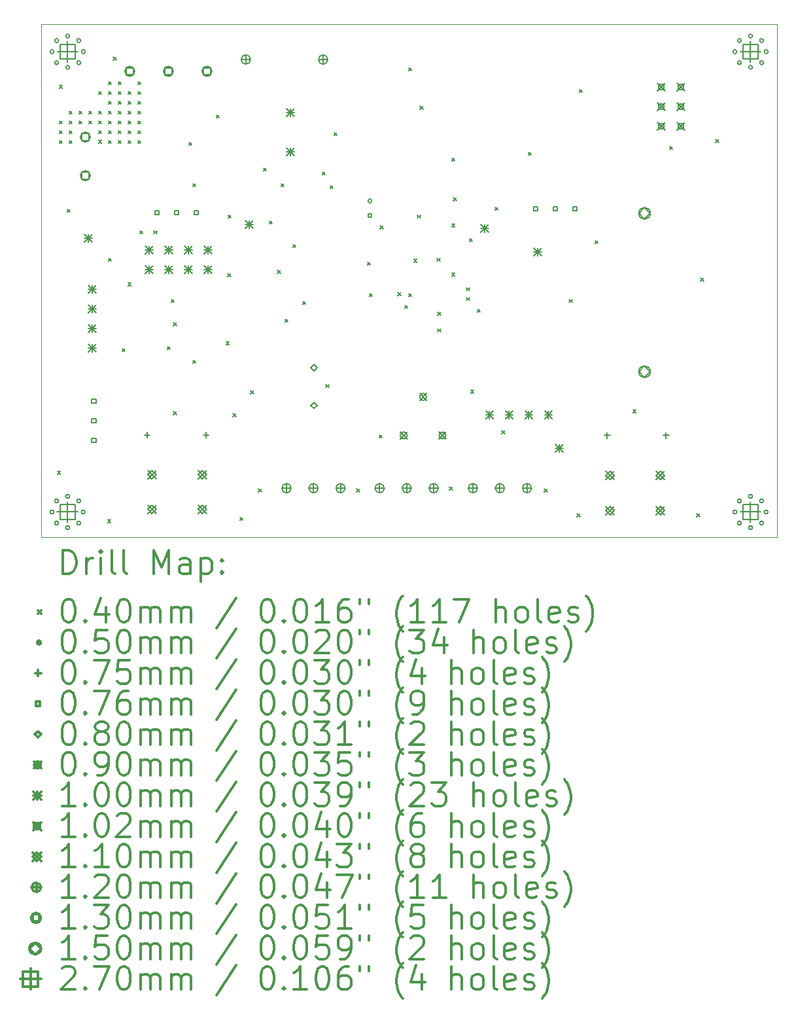
<source format=gbr>
%FSLAX45Y45*%
G04 Gerber Fmt 4.5, Leading zero omitted, Abs format (unit mm)*
G04 Created by KiCad (PCBNEW (5.1.5)-3) date 2021-01-23 10:23:00*
%MOMM*%
%LPD*%
G04 APERTURE LIST*
%TA.AperFunction,Profile*%
%ADD10C,0.050000*%
%TD*%
%ADD11C,0.200000*%
%ADD12C,0.300000*%
G04 APERTURE END LIST*
D10*
X10795000Y-1143000D02*
X10795000Y-7785100D01*
X1270000Y-1143000D02*
X10795000Y-1143000D01*
X1270000Y-7785100D02*
X1270000Y-1143000D01*
X10795000Y-7785100D02*
X1270000Y-7785100D01*
D11*
X1480000Y-6930000D02*
X1520000Y-6970000D01*
X1520000Y-6930000D02*
X1480000Y-6970000D01*
X1504000Y-2393000D02*
X1544000Y-2433000D01*
X1544000Y-2393000D02*
X1504000Y-2433000D01*
X1504000Y-2520000D02*
X1544000Y-2560000D01*
X1544000Y-2520000D02*
X1504000Y-2560000D01*
X1504000Y-2647000D02*
X1544000Y-2687000D01*
X1544000Y-2647000D02*
X1504000Y-2687000D01*
X1505000Y-1930000D02*
X1545000Y-1970000D01*
X1545000Y-1930000D02*
X1505000Y-1970000D01*
X1605600Y-3536000D02*
X1645600Y-3576000D01*
X1645600Y-3536000D02*
X1605600Y-3576000D01*
X1631000Y-2266000D02*
X1671000Y-2306000D01*
X1671000Y-2266000D02*
X1631000Y-2306000D01*
X1631000Y-2393000D02*
X1671000Y-2433000D01*
X1671000Y-2393000D02*
X1631000Y-2433000D01*
X1631000Y-2520000D02*
X1671000Y-2560000D01*
X1671000Y-2520000D02*
X1631000Y-2560000D01*
X1631000Y-2647000D02*
X1671000Y-2687000D01*
X1671000Y-2647000D02*
X1631000Y-2687000D01*
X1758000Y-2266000D02*
X1798000Y-2306000D01*
X1798000Y-2266000D02*
X1758000Y-2306000D01*
X1758000Y-2393000D02*
X1798000Y-2433000D01*
X1798000Y-2393000D02*
X1758000Y-2433000D01*
X1885000Y-2266000D02*
X1925000Y-2306000D01*
X1925000Y-2266000D02*
X1885000Y-2306000D01*
X1885000Y-2393000D02*
X1925000Y-2433000D01*
X1925000Y-2393000D02*
X1885000Y-2433000D01*
X2012000Y-2012000D02*
X2052000Y-2052000D01*
X2052000Y-2012000D02*
X2012000Y-2052000D01*
X2012000Y-2266000D02*
X2052000Y-2306000D01*
X2052000Y-2266000D02*
X2012000Y-2306000D01*
X2012000Y-2393000D02*
X2052000Y-2433000D01*
X2052000Y-2393000D02*
X2012000Y-2433000D01*
X2012000Y-2520000D02*
X2052000Y-2560000D01*
X2052000Y-2520000D02*
X2012000Y-2560000D01*
X2012500Y-2645000D02*
X2052500Y-2685000D01*
X2052500Y-2645000D02*
X2012500Y-2685000D01*
X2130000Y-7555000D02*
X2170000Y-7595000D01*
X2170000Y-7555000D02*
X2130000Y-7595000D01*
X2139000Y-1885000D02*
X2179000Y-1925000D01*
X2179000Y-1885000D02*
X2139000Y-1925000D01*
X2139000Y-2012000D02*
X2179000Y-2052000D01*
X2179000Y-2012000D02*
X2139000Y-2052000D01*
X2139000Y-2139000D02*
X2179000Y-2179000D01*
X2179000Y-2139000D02*
X2139000Y-2179000D01*
X2139000Y-2266000D02*
X2179000Y-2306000D01*
X2179000Y-2266000D02*
X2139000Y-2306000D01*
X2139000Y-2393000D02*
X2179000Y-2433000D01*
X2179000Y-2393000D02*
X2139000Y-2433000D01*
X2139000Y-2520000D02*
X2179000Y-2560000D01*
X2179000Y-2520000D02*
X2139000Y-2560000D01*
X2139000Y-2647000D02*
X2179000Y-2687000D01*
X2179000Y-2647000D02*
X2139000Y-2687000D01*
X2139000Y-4171000D02*
X2179000Y-4211000D01*
X2179000Y-4171000D02*
X2139000Y-4211000D01*
X2202500Y-1567500D02*
X2242500Y-1607500D01*
X2242500Y-1567500D02*
X2202500Y-1607500D01*
X2266000Y-1885000D02*
X2306000Y-1925000D01*
X2306000Y-1885000D02*
X2266000Y-1925000D01*
X2266000Y-2012000D02*
X2306000Y-2052000D01*
X2306000Y-2012000D02*
X2266000Y-2052000D01*
X2266000Y-2139000D02*
X2306000Y-2179000D01*
X2306000Y-2139000D02*
X2266000Y-2179000D01*
X2266000Y-2266000D02*
X2306000Y-2306000D01*
X2306000Y-2266000D02*
X2266000Y-2306000D01*
X2266000Y-2393000D02*
X2306000Y-2433000D01*
X2306000Y-2393000D02*
X2266000Y-2433000D01*
X2266000Y-2520000D02*
X2306000Y-2560000D01*
X2306000Y-2520000D02*
X2266000Y-2560000D01*
X2266000Y-2647000D02*
X2306000Y-2687000D01*
X2306000Y-2647000D02*
X2266000Y-2687000D01*
X2316800Y-5339400D02*
X2356800Y-5379400D01*
X2356800Y-5339400D02*
X2316800Y-5379400D01*
X2393000Y-2012000D02*
X2433000Y-2052000D01*
X2433000Y-2012000D02*
X2393000Y-2052000D01*
X2393000Y-2139000D02*
X2433000Y-2179000D01*
X2433000Y-2139000D02*
X2393000Y-2179000D01*
X2393000Y-2266000D02*
X2433000Y-2306000D01*
X2433000Y-2266000D02*
X2393000Y-2306000D01*
X2393000Y-2393000D02*
X2433000Y-2433000D01*
X2433000Y-2393000D02*
X2393000Y-2433000D01*
X2393000Y-2520000D02*
X2433000Y-2560000D01*
X2433000Y-2520000D02*
X2393000Y-2560000D01*
X2393000Y-2647000D02*
X2433000Y-2687000D01*
X2433000Y-2647000D02*
X2393000Y-2687000D01*
X2393000Y-4488500D02*
X2433000Y-4528500D01*
X2433000Y-4488500D02*
X2393000Y-4528500D01*
X2520000Y-1885000D02*
X2560000Y-1925000D01*
X2560000Y-1885000D02*
X2520000Y-1925000D01*
X2520000Y-2012000D02*
X2560000Y-2052000D01*
X2560000Y-2012000D02*
X2520000Y-2052000D01*
X2520000Y-2139000D02*
X2560000Y-2179000D01*
X2560000Y-2139000D02*
X2520000Y-2179000D01*
X2520000Y-2266000D02*
X2560000Y-2306000D01*
X2560000Y-2266000D02*
X2520000Y-2306000D01*
X2520000Y-2393000D02*
X2560000Y-2433000D01*
X2560000Y-2393000D02*
X2520000Y-2433000D01*
X2520000Y-2520000D02*
X2560000Y-2560000D01*
X2560000Y-2520000D02*
X2520000Y-2560000D01*
X2520000Y-2647000D02*
X2560000Y-2687000D01*
X2560000Y-2647000D02*
X2520000Y-2687000D01*
X2545400Y-3815400D02*
X2585400Y-3855400D01*
X2585400Y-3815400D02*
X2545400Y-3855400D01*
X2730000Y-3815400D02*
X2770000Y-3855400D01*
X2770000Y-3815400D02*
X2730000Y-3855400D01*
X2901000Y-5314000D02*
X2941000Y-5354000D01*
X2941000Y-5314000D02*
X2901000Y-5354000D01*
X2951800Y-4704400D02*
X2991800Y-4744400D01*
X2991800Y-4704400D02*
X2951800Y-4744400D01*
X2979335Y-5004241D02*
X3019335Y-5044241D01*
X3019335Y-5004241D02*
X2979335Y-5044241D01*
X2980000Y-6155000D02*
X3020000Y-6195000D01*
X3020000Y-6155000D02*
X2980000Y-6195000D01*
X3180400Y-2672400D02*
X3220400Y-2712400D01*
X3220400Y-2672400D02*
X3180400Y-2712400D01*
X3231199Y-5491800D02*
X3271199Y-5531800D01*
X3271199Y-5491800D02*
X3231199Y-5531800D01*
X3231200Y-3205800D02*
X3271200Y-3245800D01*
X3271200Y-3205800D02*
X3231200Y-3245800D01*
X3536000Y-2316800D02*
X3576000Y-2356800D01*
X3576000Y-2316800D02*
X3536000Y-2356800D01*
X3663000Y-5250500D02*
X3703000Y-5290500D01*
X3703000Y-5250500D02*
X3663000Y-5290500D01*
X3684750Y-4370550D02*
X3724750Y-4410550D01*
X3724750Y-4370550D02*
X3684750Y-4410550D01*
X3688400Y-3612200D02*
X3728400Y-3652200D01*
X3728400Y-3612200D02*
X3688400Y-3652200D01*
X3755000Y-6180000D02*
X3795000Y-6220000D01*
X3795000Y-6180000D02*
X3755000Y-6220000D01*
X3840800Y-7523800D02*
X3880800Y-7563800D01*
X3880800Y-7523800D02*
X3840800Y-7563800D01*
X3980500Y-5885500D02*
X4020500Y-5925500D01*
X4020500Y-5885500D02*
X3980500Y-5925500D01*
X4080000Y-7155000D02*
X4120000Y-7195000D01*
X4120000Y-7155000D02*
X4080000Y-7195000D01*
X4145600Y-3002600D02*
X4185600Y-3042600D01*
X4185600Y-3002600D02*
X4145600Y-3042600D01*
X4221800Y-3688400D02*
X4261800Y-3728400D01*
X4261800Y-3688400D02*
X4221800Y-3728400D01*
X4330000Y-4330000D02*
X4370000Y-4370000D01*
X4370000Y-4330000D02*
X4330000Y-4370000D01*
X4374200Y-3205800D02*
X4414200Y-3245800D01*
X4414200Y-3205800D02*
X4374200Y-3245800D01*
X4425000Y-4958400D02*
X4465000Y-4998400D01*
X4465000Y-4958400D02*
X4425000Y-4998400D01*
X4526600Y-3993200D02*
X4566600Y-4033200D01*
X4566600Y-3993200D02*
X4526600Y-4033200D01*
X4655000Y-4730000D02*
X4695000Y-4770000D01*
X4695000Y-4730000D02*
X4655000Y-4770000D01*
X4907600Y-3053400D02*
X4947600Y-3093400D01*
X4947600Y-3053400D02*
X4907600Y-3093400D01*
X4955000Y-5805000D02*
X4995000Y-5845000D01*
X4995000Y-5805000D02*
X4955000Y-5845000D01*
X5009200Y-3231200D02*
X5049200Y-3271200D01*
X5049200Y-3231200D02*
X5009200Y-3271200D01*
X5060000Y-2545400D02*
X5100000Y-2585400D01*
X5100000Y-2545400D02*
X5060000Y-2585400D01*
X5355000Y-7155000D02*
X5395000Y-7195000D01*
X5395000Y-7155000D02*
X5355000Y-7195000D01*
X5491800Y-4221800D02*
X5531800Y-4261800D01*
X5531800Y-4221800D02*
X5491800Y-4261800D01*
X5517200Y-4628200D02*
X5557200Y-4668200D01*
X5557200Y-4628200D02*
X5517200Y-4668200D01*
X5644200Y-6457000D02*
X5684200Y-6497000D01*
X5684200Y-6457000D02*
X5644200Y-6497000D01*
X5655000Y-3755000D02*
X5695000Y-3795000D01*
X5695000Y-3755000D02*
X5655000Y-3795000D01*
X5885500Y-4615500D02*
X5925500Y-4655500D01*
X5925500Y-4615500D02*
X5885500Y-4655500D01*
X5974400Y-4780600D02*
X6014400Y-4820600D01*
X6014400Y-4780600D02*
X5974400Y-4820600D01*
X6025200Y-1707200D02*
X6065200Y-1747200D01*
X6065200Y-1707200D02*
X6025200Y-1747200D01*
X6025200Y-4628200D02*
X6065200Y-4668200D01*
X6065200Y-4628200D02*
X6025200Y-4668200D01*
X6094500Y-4180999D02*
X6134500Y-4220999D01*
X6134500Y-4180999D02*
X6094500Y-4220999D01*
X6139499Y-3612200D02*
X6179499Y-3652200D01*
X6179499Y-3612200D02*
X6139499Y-3652200D01*
X6176600Y-2204200D02*
X6216600Y-2244200D01*
X6216600Y-2204200D02*
X6176600Y-2244200D01*
X6393500Y-4171000D02*
X6433500Y-4211000D01*
X6433500Y-4171000D02*
X6393500Y-4211000D01*
X6401842Y-4869500D02*
X6441842Y-4909500D01*
X6441842Y-4869500D02*
X6401842Y-4909500D01*
X6402783Y-5084765D02*
X6442783Y-5124765D01*
X6442783Y-5084765D02*
X6402783Y-5124765D01*
X6555000Y-7130000D02*
X6595000Y-7170000D01*
X6595000Y-7130000D02*
X6555000Y-7170000D01*
X6584000Y-2875600D02*
X6624000Y-2915600D01*
X6624000Y-2875600D02*
X6584000Y-2915600D01*
X6584000Y-3726500D02*
X6624000Y-3766500D01*
X6624000Y-3726500D02*
X6584000Y-3766500D01*
X6584000Y-4361500D02*
X6624000Y-4401500D01*
X6624000Y-4361500D02*
X6584000Y-4401500D01*
X6605750Y-3387250D02*
X6645750Y-3427250D01*
X6645750Y-3387250D02*
X6605750Y-3427250D01*
X6774500Y-4552000D02*
X6814500Y-4592000D01*
X6814500Y-4552000D02*
X6774500Y-4592000D01*
X6774500Y-4679000D02*
X6814500Y-4719000D01*
X6814500Y-4679000D02*
X6774500Y-4719000D01*
X6812600Y-3917000D02*
X6852600Y-3957000D01*
X6852600Y-3917000D02*
X6812600Y-3957000D01*
X6830000Y-5880000D02*
X6870000Y-5920000D01*
X6870000Y-5880000D02*
X6830000Y-5920000D01*
X6914200Y-4831400D02*
X6954200Y-4871400D01*
X6954200Y-4831400D02*
X6914200Y-4871400D01*
X7142800Y-3510600D02*
X7182800Y-3550600D01*
X7182800Y-3510600D02*
X7142800Y-3550600D01*
X7230000Y-6405000D02*
X7270000Y-6445000D01*
X7270000Y-6405000D02*
X7230000Y-6445000D01*
X7574600Y-2799400D02*
X7614600Y-2839400D01*
X7614600Y-2799400D02*
X7574600Y-2839400D01*
X7780000Y-7155000D02*
X7820000Y-7195000D01*
X7820000Y-7155000D02*
X7780000Y-7195000D01*
X8105000Y-4705000D02*
X8145000Y-4745000D01*
X8145000Y-4705000D02*
X8105000Y-4745000D01*
X8205000Y-7480000D02*
X8245000Y-7520000D01*
X8245000Y-7480000D02*
X8205000Y-7520000D01*
X8235000Y-1986600D02*
X8275000Y-2026600D01*
X8275000Y-1986600D02*
X8235000Y-2026600D01*
X8438200Y-3942400D02*
X8478200Y-3982400D01*
X8478200Y-3942400D02*
X8438200Y-3982400D01*
X8930000Y-6130000D02*
X8970000Y-6170000D01*
X8970000Y-6130000D02*
X8930000Y-6170000D01*
X9403400Y-2723200D02*
X9443400Y-2763200D01*
X9443400Y-2723200D02*
X9403400Y-2763200D01*
X9755000Y-7480000D02*
X9795000Y-7520000D01*
X9795000Y-7480000D02*
X9755000Y-7520000D01*
X9805000Y-4430000D02*
X9845000Y-4470000D01*
X9845000Y-4430000D02*
X9805000Y-4470000D01*
X10000300Y-2634300D02*
X10040300Y-2674300D01*
X10040300Y-2634300D02*
X10000300Y-2674300D01*
X10274600Y-7454900D02*
G75*
G03X10274600Y-7454900I-25000J0D01*
G01*
X10333911Y-7311711D02*
G75*
G03X10333911Y-7311711I-25000J0D01*
G01*
X10333911Y-7598089D02*
G75*
G03X10333911Y-7598089I-25000J0D01*
G01*
X10477100Y-7252400D02*
G75*
G03X10477100Y-7252400I-25000J0D01*
G01*
X10477100Y-7657400D02*
G75*
G03X10477100Y-7657400I-25000J0D01*
G01*
X10620289Y-7311711D02*
G75*
G03X10620289Y-7311711I-25000J0D01*
G01*
X10620289Y-7598089D02*
G75*
G03X10620289Y-7598089I-25000J0D01*
G01*
X10679600Y-7454900D02*
G75*
G03X10679600Y-7454900I-25000J0D01*
G01*
X10274600Y-1498600D02*
G75*
G03X10274600Y-1498600I-25000J0D01*
G01*
X10333911Y-1355411D02*
G75*
G03X10333911Y-1355411I-25000J0D01*
G01*
X10333911Y-1641789D02*
G75*
G03X10333911Y-1641789I-25000J0D01*
G01*
X10477100Y-1296100D02*
G75*
G03X10477100Y-1296100I-25000J0D01*
G01*
X10477100Y-1701100D02*
G75*
G03X10477100Y-1701100I-25000J0D01*
G01*
X10620289Y-1355411D02*
G75*
G03X10620289Y-1355411I-25000J0D01*
G01*
X10620289Y-1641789D02*
G75*
G03X10620289Y-1641789I-25000J0D01*
G01*
X10679600Y-1498600D02*
G75*
G03X10679600Y-1498600I-25000J0D01*
G01*
X5549500Y-3429000D02*
G75*
G03X5549500Y-3429000I-25000J0D01*
G01*
X5549500Y-3619000D02*
G75*
G03X5549500Y-3619000I-25000J0D01*
G01*
X1435400Y-1498600D02*
G75*
G03X1435400Y-1498600I-25000J0D01*
G01*
X1494711Y-1355411D02*
G75*
G03X1494711Y-1355411I-25000J0D01*
G01*
X1494711Y-1641789D02*
G75*
G03X1494711Y-1641789I-25000J0D01*
G01*
X1637900Y-1296100D02*
G75*
G03X1637900Y-1296100I-25000J0D01*
G01*
X1637900Y-1701100D02*
G75*
G03X1637900Y-1701100I-25000J0D01*
G01*
X1781089Y-1355411D02*
G75*
G03X1781089Y-1355411I-25000J0D01*
G01*
X1781089Y-1641789D02*
G75*
G03X1781089Y-1641789I-25000J0D01*
G01*
X1840400Y-1498600D02*
G75*
G03X1840400Y-1498600I-25000J0D01*
G01*
X1434700Y-7454900D02*
G75*
G03X1434700Y-7454900I-25000J0D01*
G01*
X1494011Y-7311711D02*
G75*
G03X1494011Y-7311711I-25000J0D01*
G01*
X1494011Y-7598089D02*
G75*
G03X1494011Y-7598089I-25000J0D01*
G01*
X1637200Y-7252400D02*
G75*
G03X1637200Y-7252400I-25000J0D01*
G01*
X1637200Y-7657400D02*
G75*
G03X1637200Y-7657400I-25000J0D01*
G01*
X1780389Y-7311711D02*
G75*
G03X1780389Y-7311711I-25000J0D01*
G01*
X1780389Y-7598089D02*
G75*
G03X1780389Y-7598089I-25000J0D01*
G01*
X1839700Y-7454900D02*
G75*
G03X1839700Y-7454900I-25000J0D01*
G01*
X2641600Y-6420450D02*
X2641600Y-6495450D01*
X2604100Y-6457950D02*
X2679100Y-6457950D01*
X3403600Y-6420450D02*
X3403600Y-6495450D01*
X3366100Y-6457950D02*
X3441100Y-6457950D01*
X8597900Y-6426800D02*
X8597900Y-6501800D01*
X8560400Y-6464300D02*
X8635400Y-6464300D01*
X9359900Y-6426800D02*
X9359900Y-6501800D01*
X9322400Y-6464300D02*
X9397400Y-6464300D01*
X7697741Y-3555141D02*
X7697741Y-3501259D01*
X7643859Y-3501259D01*
X7643859Y-3555141D01*
X7697741Y-3555141D01*
X7951741Y-3555141D02*
X7951741Y-3501259D01*
X7897859Y-3501259D01*
X7897859Y-3555141D01*
X7951741Y-3555141D01*
X8205741Y-3555141D02*
X8205741Y-3501259D01*
X8151859Y-3501259D01*
X8151859Y-3555141D01*
X8205741Y-3555141D01*
X1980341Y-6046741D02*
X1980341Y-5992859D01*
X1926459Y-5992859D01*
X1926459Y-6046741D01*
X1980341Y-6046741D01*
X1980341Y-6300741D02*
X1980341Y-6246859D01*
X1926459Y-6246859D01*
X1926459Y-6300741D01*
X1980341Y-6300741D01*
X1980341Y-6554741D02*
X1980341Y-6500859D01*
X1926459Y-6500859D01*
X1926459Y-6554741D01*
X1980341Y-6554741D01*
X2795541Y-3605941D02*
X2795541Y-3552059D01*
X2741659Y-3552059D01*
X2741659Y-3605941D01*
X2795541Y-3605941D01*
X3049541Y-3605941D02*
X3049541Y-3552059D01*
X2995659Y-3552059D01*
X2995659Y-3605941D01*
X3049541Y-3605941D01*
X3303541Y-3605941D02*
X3303541Y-3552059D01*
X3249659Y-3552059D01*
X3249659Y-3605941D01*
X3303541Y-3605941D01*
X4800600Y-5628000D02*
X4840600Y-5588000D01*
X4800600Y-5548000D01*
X4760600Y-5588000D01*
X4800600Y-5628000D01*
X4800600Y-6116000D02*
X4840600Y-6076000D01*
X4800600Y-6036000D01*
X4760600Y-6076000D01*
X4800600Y-6116000D01*
X5919300Y-6419300D02*
X6009300Y-6509300D01*
X6009300Y-6419300D02*
X5919300Y-6509300D01*
X6009300Y-6464300D02*
G75*
G03X6009300Y-6464300I-45000J0D01*
G01*
X6169300Y-5919300D02*
X6259300Y-6009300D01*
X6259300Y-5919300D02*
X6169300Y-6009300D01*
X6259300Y-5964300D02*
G75*
G03X6259300Y-5964300I-45000J0D01*
G01*
X6419300Y-6419300D02*
X6509300Y-6509300D01*
X6509300Y-6419300D02*
X6419300Y-6509300D01*
X6509300Y-6464300D02*
G75*
G03X6509300Y-6464300I-45000J0D01*
G01*
X1829600Y-3861600D02*
X1929600Y-3961600D01*
X1929600Y-3861600D02*
X1829600Y-3961600D01*
X1879600Y-3861600D02*
X1879600Y-3961600D01*
X1829600Y-3911600D02*
X1929600Y-3911600D01*
X7646200Y-4039400D02*
X7746200Y-4139400D01*
X7746200Y-4039400D02*
X7646200Y-4139400D01*
X7696200Y-4039400D02*
X7696200Y-4139400D01*
X7646200Y-4089400D02*
X7746200Y-4089400D01*
X4445800Y-2236000D02*
X4545800Y-2336000D01*
X4545800Y-2236000D02*
X4445800Y-2336000D01*
X4495800Y-2236000D02*
X4495800Y-2336000D01*
X4445800Y-2286000D02*
X4545800Y-2286000D01*
X4445800Y-2744000D02*
X4545800Y-2844000D01*
X4545800Y-2744000D02*
X4445800Y-2844000D01*
X4495800Y-2744000D02*
X4495800Y-2844000D01*
X4445800Y-2794000D02*
X4545800Y-2794000D01*
X7925600Y-6579400D02*
X8025600Y-6679400D01*
X8025600Y-6579400D02*
X7925600Y-6679400D01*
X7975600Y-6579400D02*
X7975600Y-6679400D01*
X7925600Y-6629400D02*
X8025600Y-6629400D01*
X3912400Y-3683800D02*
X4012400Y-3783800D01*
X4012400Y-3683800D02*
X3912400Y-3783800D01*
X3962400Y-3683800D02*
X3962400Y-3783800D01*
X3912400Y-3733800D02*
X4012400Y-3733800D01*
X2617000Y-4014000D02*
X2717000Y-4114000D01*
X2717000Y-4014000D02*
X2617000Y-4114000D01*
X2667000Y-4014000D02*
X2667000Y-4114000D01*
X2617000Y-4064000D02*
X2717000Y-4064000D01*
X2617000Y-4268000D02*
X2717000Y-4368000D01*
X2717000Y-4268000D02*
X2617000Y-4368000D01*
X2667000Y-4268000D02*
X2667000Y-4368000D01*
X2617000Y-4318000D02*
X2717000Y-4318000D01*
X2871000Y-4014000D02*
X2971000Y-4114000D01*
X2971000Y-4014000D02*
X2871000Y-4114000D01*
X2921000Y-4014000D02*
X2921000Y-4114000D01*
X2871000Y-4064000D02*
X2971000Y-4064000D01*
X2871000Y-4268000D02*
X2971000Y-4368000D01*
X2971000Y-4268000D02*
X2871000Y-4368000D01*
X2921000Y-4268000D02*
X2921000Y-4368000D01*
X2871000Y-4318000D02*
X2971000Y-4318000D01*
X3125000Y-4014000D02*
X3225000Y-4114000D01*
X3225000Y-4014000D02*
X3125000Y-4114000D01*
X3175000Y-4014000D02*
X3175000Y-4114000D01*
X3125000Y-4064000D02*
X3225000Y-4064000D01*
X3125000Y-4268000D02*
X3225000Y-4368000D01*
X3225000Y-4268000D02*
X3125000Y-4368000D01*
X3175000Y-4268000D02*
X3175000Y-4368000D01*
X3125000Y-4318000D02*
X3225000Y-4318000D01*
X3379000Y-4014000D02*
X3479000Y-4114000D01*
X3479000Y-4014000D02*
X3379000Y-4114000D01*
X3429000Y-4014000D02*
X3429000Y-4114000D01*
X3379000Y-4064000D02*
X3479000Y-4064000D01*
X3379000Y-4268000D02*
X3479000Y-4368000D01*
X3479000Y-4268000D02*
X3379000Y-4368000D01*
X3429000Y-4268000D02*
X3429000Y-4368000D01*
X3379000Y-4318000D02*
X3479000Y-4318000D01*
X6960400Y-3734600D02*
X7060400Y-3834600D01*
X7060400Y-3734600D02*
X6960400Y-3834600D01*
X7010400Y-3734600D02*
X7010400Y-3834600D01*
X6960400Y-3784600D02*
X7060400Y-3784600D01*
X1880400Y-4522000D02*
X1980400Y-4622000D01*
X1980400Y-4522000D02*
X1880400Y-4622000D01*
X1930400Y-4522000D02*
X1930400Y-4622000D01*
X1880400Y-4572000D02*
X1980400Y-4572000D01*
X1880400Y-4776000D02*
X1980400Y-4876000D01*
X1980400Y-4776000D02*
X1880400Y-4876000D01*
X1930400Y-4776000D02*
X1930400Y-4876000D01*
X1880400Y-4826000D02*
X1980400Y-4826000D01*
X1880400Y-5030000D02*
X1980400Y-5130000D01*
X1980400Y-5030000D02*
X1880400Y-5130000D01*
X1930400Y-5030000D02*
X1930400Y-5130000D01*
X1880400Y-5080000D02*
X1980400Y-5080000D01*
X1880400Y-5284000D02*
X1980400Y-5384000D01*
X1980400Y-5284000D02*
X1880400Y-5384000D01*
X1930400Y-5284000D02*
X1930400Y-5384000D01*
X1880400Y-5334000D02*
X1980400Y-5334000D01*
X7023900Y-6147600D02*
X7123900Y-6247600D01*
X7123900Y-6147600D02*
X7023900Y-6247600D01*
X7073900Y-6147600D02*
X7073900Y-6247600D01*
X7023900Y-6197600D02*
X7123900Y-6197600D01*
X7277900Y-6147600D02*
X7377900Y-6247600D01*
X7377900Y-6147600D02*
X7277900Y-6247600D01*
X7327900Y-6147600D02*
X7327900Y-6247600D01*
X7277900Y-6197600D02*
X7377900Y-6197600D01*
X7531900Y-6147600D02*
X7631900Y-6247600D01*
X7631900Y-6147600D02*
X7531900Y-6247600D01*
X7581900Y-6147600D02*
X7581900Y-6247600D01*
X7531900Y-6197600D02*
X7631900Y-6197600D01*
X7785900Y-6147600D02*
X7885900Y-6247600D01*
X7885900Y-6147600D02*
X7785900Y-6247600D01*
X7835900Y-6147600D02*
X7835900Y-6247600D01*
X7785900Y-6197600D02*
X7885900Y-6197600D01*
X9245600Y-1905000D02*
X9347200Y-2006600D01*
X9347200Y-1905000D02*
X9245600Y-2006600D01*
X9332321Y-1991721D02*
X9332321Y-1919879D01*
X9260479Y-1919879D01*
X9260479Y-1991721D01*
X9332321Y-1991721D01*
X9245600Y-2159000D02*
X9347200Y-2260600D01*
X9347200Y-2159000D02*
X9245600Y-2260600D01*
X9332321Y-2245721D02*
X9332321Y-2173879D01*
X9260479Y-2173879D01*
X9260479Y-2245721D01*
X9332321Y-2245721D01*
X9245600Y-2413000D02*
X9347200Y-2514600D01*
X9347200Y-2413000D02*
X9245600Y-2514600D01*
X9332321Y-2499721D02*
X9332321Y-2427879D01*
X9260479Y-2427879D01*
X9260479Y-2499721D01*
X9332321Y-2499721D01*
X9499600Y-1905000D02*
X9601200Y-2006600D01*
X9601200Y-1905000D02*
X9499600Y-2006600D01*
X9586321Y-1991721D02*
X9586321Y-1919879D01*
X9514479Y-1919879D01*
X9514479Y-1991721D01*
X9586321Y-1991721D01*
X9499600Y-2159000D02*
X9601200Y-2260600D01*
X9601200Y-2159000D02*
X9499600Y-2260600D01*
X9586321Y-2245721D02*
X9586321Y-2173879D01*
X9514479Y-2173879D01*
X9514479Y-2245721D01*
X9586321Y-2245721D01*
X9499600Y-2413000D02*
X9601200Y-2514600D01*
X9601200Y-2413000D02*
X9499600Y-2514600D01*
X9586321Y-2499721D02*
X9586321Y-2427879D01*
X9514479Y-2427879D01*
X9514479Y-2499721D01*
X9586321Y-2499721D01*
X8581000Y-6930000D02*
X8691000Y-7040000D01*
X8691000Y-6930000D02*
X8581000Y-7040000D01*
X8636000Y-7040000D02*
X8691000Y-6985000D01*
X8636000Y-6930000D01*
X8581000Y-6985000D01*
X8636000Y-7040000D01*
X8581000Y-7380000D02*
X8691000Y-7490000D01*
X8691000Y-7380000D02*
X8581000Y-7490000D01*
X8636000Y-7490000D02*
X8691000Y-7435000D01*
X8636000Y-7380000D01*
X8581000Y-7435000D01*
X8636000Y-7490000D01*
X9231000Y-6930000D02*
X9341000Y-7040000D01*
X9341000Y-6930000D02*
X9231000Y-7040000D01*
X9286000Y-7040000D02*
X9341000Y-6985000D01*
X9286000Y-6930000D01*
X9231000Y-6985000D01*
X9286000Y-7040000D01*
X9231000Y-7380000D02*
X9341000Y-7490000D01*
X9341000Y-7380000D02*
X9231000Y-7490000D01*
X9286000Y-7490000D02*
X9341000Y-7435000D01*
X9286000Y-7380000D01*
X9231000Y-7435000D01*
X9286000Y-7490000D01*
X2650100Y-6914200D02*
X2760100Y-7024200D01*
X2760100Y-6914200D02*
X2650100Y-7024200D01*
X2705100Y-7024200D02*
X2760100Y-6969200D01*
X2705100Y-6914200D01*
X2650100Y-6969200D01*
X2705100Y-7024200D01*
X2650100Y-7364200D02*
X2760100Y-7474200D01*
X2760100Y-7364200D02*
X2650100Y-7474200D01*
X2705100Y-7474200D02*
X2760100Y-7419200D01*
X2705100Y-7364200D01*
X2650100Y-7419200D01*
X2705100Y-7474200D01*
X3300100Y-6914200D02*
X3410100Y-7024200D01*
X3410100Y-6914200D02*
X3300100Y-7024200D01*
X3355100Y-7024200D02*
X3410100Y-6969200D01*
X3355100Y-6914200D01*
X3300100Y-6969200D01*
X3355100Y-7024200D01*
X3300100Y-7364200D02*
X3410100Y-7474200D01*
X3410100Y-7364200D02*
X3300100Y-7474200D01*
X3355100Y-7474200D02*
X3410100Y-7419200D01*
X3355100Y-7364200D01*
X3300100Y-7419200D01*
X3355100Y-7474200D01*
X4445000Y-7087000D02*
X4445000Y-7207000D01*
X4385000Y-7147000D02*
X4505000Y-7147000D01*
X4505000Y-7147000D02*
G75*
G03X4505000Y-7147000I-60000J0D01*
G01*
X4795000Y-7087000D02*
X4795000Y-7207000D01*
X4735000Y-7147000D02*
X4855000Y-7147000D01*
X4855000Y-7147000D02*
G75*
G03X4855000Y-7147000I-60000J0D01*
G01*
X5145000Y-7087000D02*
X5145000Y-7207000D01*
X5085000Y-7147000D02*
X5205000Y-7147000D01*
X5205000Y-7147000D02*
G75*
G03X5205000Y-7147000I-60000J0D01*
G01*
X5651500Y-7087000D02*
X5651500Y-7207000D01*
X5591500Y-7147000D02*
X5711500Y-7147000D01*
X5711500Y-7147000D02*
G75*
G03X5711500Y-7147000I-60000J0D01*
G01*
X6001500Y-7087000D02*
X6001500Y-7207000D01*
X5941500Y-7147000D02*
X6061500Y-7147000D01*
X6061500Y-7147000D02*
G75*
G03X6061500Y-7147000I-60000J0D01*
G01*
X6351500Y-7087000D02*
X6351500Y-7207000D01*
X6291500Y-7147000D02*
X6411500Y-7147000D01*
X6411500Y-7147000D02*
G75*
G03X6411500Y-7147000I-60000J0D01*
G01*
X3919600Y-1540200D02*
X3919600Y-1660200D01*
X3859600Y-1600200D02*
X3979600Y-1600200D01*
X3979600Y-1600200D02*
G75*
G03X3979600Y-1600200I-60000J0D01*
G01*
X4919600Y-1540200D02*
X4919600Y-1660200D01*
X4859600Y-1600200D02*
X4979600Y-1600200D01*
X4979600Y-1600200D02*
G75*
G03X4979600Y-1600200I-60000J0D01*
G01*
X6858000Y-7087000D02*
X6858000Y-7207000D01*
X6798000Y-7147000D02*
X6918000Y-7147000D01*
X6918000Y-7147000D02*
G75*
G03X6918000Y-7147000I-60000J0D01*
G01*
X7208000Y-7087000D02*
X7208000Y-7207000D01*
X7148000Y-7147000D02*
X7268000Y-7147000D01*
X7268000Y-7147000D02*
G75*
G03X7268000Y-7147000I-60000J0D01*
G01*
X7558000Y-7087000D02*
X7558000Y-7207000D01*
X7498000Y-7147000D02*
X7618000Y-7147000D01*
X7618000Y-7147000D02*
G75*
G03X7618000Y-7147000I-60000J0D01*
G01*
X2462262Y-1798562D02*
X2462262Y-1706638D01*
X2370338Y-1706638D01*
X2370338Y-1798562D01*
X2462262Y-1798562D01*
X2481300Y-1752600D02*
G75*
G03X2481300Y-1752600I-65000J0D01*
G01*
X2962262Y-1798562D02*
X2962262Y-1706638D01*
X2870338Y-1706638D01*
X2870338Y-1798562D01*
X2962262Y-1798562D01*
X2981300Y-1752600D02*
G75*
G03X2981300Y-1752600I-65000J0D01*
G01*
X3462262Y-1798562D02*
X3462262Y-1706638D01*
X3370338Y-1706638D01*
X3370338Y-1798562D01*
X3462262Y-1798562D01*
X3481300Y-1752600D02*
G75*
G03X3481300Y-1752600I-65000J0D01*
G01*
X1887462Y-2649462D02*
X1887462Y-2557538D01*
X1795538Y-2557538D01*
X1795538Y-2649462D01*
X1887462Y-2649462D01*
X1906500Y-2603500D02*
G75*
G03X1906500Y-2603500I-65000J0D01*
G01*
X1887462Y-3149462D02*
X1887462Y-3057538D01*
X1795538Y-3057538D01*
X1795538Y-3149462D01*
X1887462Y-3149462D01*
X1906500Y-3103500D02*
G75*
G03X1906500Y-3103500I-65000J0D01*
G01*
X9080500Y-3666000D02*
X9155500Y-3591000D01*
X9080500Y-3516000D01*
X9005500Y-3591000D01*
X9080500Y-3666000D01*
X9155500Y-3591000D02*
G75*
G03X9155500Y-3591000I-75000J0D01*
G01*
X9080500Y-5715000D02*
X9155500Y-5640000D01*
X9080500Y-5565000D01*
X9005500Y-5640000D01*
X9080500Y-5715000D01*
X9155500Y-5640000D02*
G75*
G03X9155500Y-5640000I-75000J0D01*
G01*
X1612900Y-1363600D02*
X1612900Y-1633600D01*
X1477900Y-1498600D02*
X1747900Y-1498600D01*
X1708360Y-1594060D02*
X1708360Y-1403140D01*
X1517440Y-1403140D01*
X1517440Y-1594060D01*
X1708360Y-1594060D01*
X1612200Y-7319900D02*
X1612200Y-7589900D01*
X1477200Y-7454900D02*
X1747200Y-7454900D01*
X1707660Y-7550360D02*
X1707660Y-7359440D01*
X1516740Y-7359440D01*
X1516740Y-7550360D01*
X1707660Y-7550360D01*
X10452100Y-7319900D02*
X10452100Y-7589900D01*
X10317100Y-7454900D02*
X10587100Y-7454900D01*
X10547560Y-7550360D02*
X10547560Y-7359440D01*
X10356640Y-7359440D01*
X10356640Y-7550360D01*
X10547560Y-7550360D01*
X10452100Y-1363600D02*
X10452100Y-1633600D01*
X10317100Y-1498600D02*
X10587100Y-1498600D01*
X10547560Y-1594060D02*
X10547560Y-1403140D01*
X10356640Y-1403140D01*
X10356640Y-1594060D01*
X10547560Y-1594060D01*
D12*
X1553928Y-8253314D02*
X1553928Y-7953314D01*
X1625357Y-7953314D01*
X1668214Y-7967600D01*
X1696786Y-7996171D01*
X1711071Y-8024743D01*
X1725357Y-8081886D01*
X1725357Y-8124743D01*
X1711071Y-8181886D01*
X1696786Y-8210457D01*
X1668214Y-8239029D01*
X1625357Y-8253314D01*
X1553928Y-8253314D01*
X1853928Y-8253314D02*
X1853928Y-8053314D01*
X1853928Y-8110457D02*
X1868214Y-8081886D01*
X1882500Y-8067600D01*
X1911071Y-8053314D01*
X1939643Y-8053314D01*
X2039643Y-8253314D02*
X2039643Y-8053314D01*
X2039643Y-7953314D02*
X2025357Y-7967600D01*
X2039643Y-7981886D01*
X2053928Y-7967600D01*
X2039643Y-7953314D01*
X2039643Y-7981886D01*
X2225357Y-8253314D02*
X2196786Y-8239029D01*
X2182500Y-8210457D01*
X2182500Y-7953314D01*
X2382500Y-8253314D02*
X2353928Y-8239029D01*
X2339643Y-8210457D01*
X2339643Y-7953314D01*
X2725357Y-8253314D02*
X2725357Y-7953314D01*
X2825357Y-8167600D01*
X2925357Y-7953314D01*
X2925357Y-8253314D01*
X3196786Y-8253314D02*
X3196786Y-8096171D01*
X3182500Y-8067600D01*
X3153928Y-8053314D01*
X3096786Y-8053314D01*
X3068214Y-8067600D01*
X3196786Y-8239029D02*
X3168214Y-8253314D01*
X3096786Y-8253314D01*
X3068214Y-8239029D01*
X3053928Y-8210457D01*
X3053928Y-8181886D01*
X3068214Y-8153314D01*
X3096786Y-8139029D01*
X3168214Y-8139029D01*
X3196786Y-8124743D01*
X3339643Y-8053314D02*
X3339643Y-8353314D01*
X3339643Y-8067600D02*
X3368214Y-8053314D01*
X3425357Y-8053314D01*
X3453928Y-8067600D01*
X3468214Y-8081886D01*
X3482500Y-8110457D01*
X3482500Y-8196171D01*
X3468214Y-8224743D01*
X3453928Y-8239029D01*
X3425357Y-8253314D01*
X3368214Y-8253314D01*
X3339643Y-8239029D01*
X3611071Y-8224743D02*
X3625357Y-8239029D01*
X3611071Y-8253314D01*
X3596786Y-8239029D01*
X3611071Y-8224743D01*
X3611071Y-8253314D01*
X3611071Y-8067600D02*
X3625357Y-8081886D01*
X3611071Y-8096171D01*
X3596786Y-8081886D01*
X3611071Y-8067600D01*
X3611071Y-8096171D01*
X1227500Y-8727600D02*
X1267500Y-8767600D01*
X1267500Y-8727600D02*
X1227500Y-8767600D01*
X1611071Y-8583314D02*
X1639643Y-8583314D01*
X1668214Y-8597600D01*
X1682500Y-8611886D01*
X1696786Y-8640457D01*
X1711071Y-8697600D01*
X1711071Y-8769029D01*
X1696786Y-8826172D01*
X1682500Y-8854743D01*
X1668214Y-8869029D01*
X1639643Y-8883314D01*
X1611071Y-8883314D01*
X1582500Y-8869029D01*
X1568214Y-8854743D01*
X1553928Y-8826172D01*
X1539643Y-8769029D01*
X1539643Y-8697600D01*
X1553928Y-8640457D01*
X1568214Y-8611886D01*
X1582500Y-8597600D01*
X1611071Y-8583314D01*
X1839643Y-8854743D02*
X1853928Y-8869029D01*
X1839643Y-8883314D01*
X1825357Y-8869029D01*
X1839643Y-8854743D01*
X1839643Y-8883314D01*
X2111071Y-8683314D02*
X2111071Y-8883314D01*
X2039643Y-8569029D02*
X1968214Y-8783314D01*
X2153928Y-8783314D01*
X2325357Y-8583314D02*
X2353928Y-8583314D01*
X2382500Y-8597600D01*
X2396786Y-8611886D01*
X2411071Y-8640457D01*
X2425357Y-8697600D01*
X2425357Y-8769029D01*
X2411071Y-8826172D01*
X2396786Y-8854743D01*
X2382500Y-8869029D01*
X2353928Y-8883314D01*
X2325357Y-8883314D01*
X2296786Y-8869029D01*
X2282500Y-8854743D01*
X2268214Y-8826172D01*
X2253928Y-8769029D01*
X2253928Y-8697600D01*
X2268214Y-8640457D01*
X2282500Y-8611886D01*
X2296786Y-8597600D01*
X2325357Y-8583314D01*
X2553928Y-8883314D02*
X2553928Y-8683314D01*
X2553928Y-8711886D02*
X2568214Y-8697600D01*
X2596786Y-8683314D01*
X2639643Y-8683314D01*
X2668214Y-8697600D01*
X2682500Y-8726172D01*
X2682500Y-8883314D01*
X2682500Y-8726172D02*
X2696786Y-8697600D01*
X2725357Y-8683314D01*
X2768214Y-8683314D01*
X2796786Y-8697600D01*
X2811071Y-8726172D01*
X2811071Y-8883314D01*
X2953928Y-8883314D02*
X2953928Y-8683314D01*
X2953928Y-8711886D02*
X2968214Y-8697600D01*
X2996786Y-8683314D01*
X3039643Y-8683314D01*
X3068214Y-8697600D01*
X3082500Y-8726172D01*
X3082500Y-8883314D01*
X3082500Y-8726172D02*
X3096786Y-8697600D01*
X3125357Y-8683314D01*
X3168214Y-8683314D01*
X3196786Y-8697600D01*
X3211071Y-8726172D01*
X3211071Y-8883314D01*
X3796786Y-8569029D02*
X3539643Y-8954743D01*
X4182500Y-8583314D02*
X4211071Y-8583314D01*
X4239643Y-8597600D01*
X4253928Y-8611886D01*
X4268214Y-8640457D01*
X4282500Y-8697600D01*
X4282500Y-8769029D01*
X4268214Y-8826172D01*
X4253928Y-8854743D01*
X4239643Y-8869029D01*
X4211071Y-8883314D01*
X4182500Y-8883314D01*
X4153928Y-8869029D01*
X4139643Y-8854743D01*
X4125357Y-8826172D01*
X4111071Y-8769029D01*
X4111071Y-8697600D01*
X4125357Y-8640457D01*
X4139643Y-8611886D01*
X4153928Y-8597600D01*
X4182500Y-8583314D01*
X4411071Y-8854743D02*
X4425357Y-8869029D01*
X4411071Y-8883314D01*
X4396786Y-8869029D01*
X4411071Y-8854743D01*
X4411071Y-8883314D01*
X4611071Y-8583314D02*
X4639643Y-8583314D01*
X4668214Y-8597600D01*
X4682500Y-8611886D01*
X4696786Y-8640457D01*
X4711071Y-8697600D01*
X4711071Y-8769029D01*
X4696786Y-8826172D01*
X4682500Y-8854743D01*
X4668214Y-8869029D01*
X4639643Y-8883314D01*
X4611071Y-8883314D01*
X4582500Y-8869029D01*
X4568214Y-8854743D01*
X4553928Y-8826172D01*
X4539643Y-8769029D01*
X4539643Y-8697600D01*
X4553928Y-8640457D01*
X4568214Y-8611886D01*
X4582500Y-8597600D01*
X4611071Y-8583314D01*
X4996786Y-8883314D02*
X4825357Y-8883314D01*
X4911071Y-8883314D02*
X4911071Y-8583314D01*
X4882500Y-8626172D01*
X4853928Y-8654743D01*
X4825357Y-8669029D01*
X5253928Y-8583314D02*
X5196786Y-8583314D01*
X5168214Y-8597600D01*
X5153928Y-8611886D01*
X5125357Y-8654743D01*
X5111071Y-8711886D01*
X5111071Y-8826172D01*
X5125357Y-8854743D01*
X5139643Y-8869029D01*
X5168214Y-8883314D01*
X5225357Y-8883314D01*
X5253928Y-8869029D01*
X5268214Y-8854743D01*
X5282500Y-8826172D01*
X5282500Y-8754743D01*
X5268214Y-8726172D01*
X5253928Y-8711886D01*
X5225357Y-8697600D01*
X5168214Y-8697600D01*
X5139643Y-8711886D01*
X5125357Y-8726172D01*
X5111071Y-8754743D01*
X5396786Y-8583314D02*
X5396786Y-8640457D01*
X5511071Y-8583314D02*
X5511071Y-8640457D01*
X5953928Y-8997600D02*
X5939643Y-8983314D01*
X5911071Y-8940457D01*
X5896786Y-8911886D01*
X5882500Y-8869029D01*
X5868214Y-8797600D01*
X5868214Y-8740457D01*
X5882500Y-8669029D01*
X5896786Y-8626172D01*
X5911071Y-8597600D01*
X5939643Y-8554743D01*
X5953928Y-8540457D01*
X6225357Y-8883314D02*
X6053928Y-8883314D01*
X6139643Y-8883314D02*
X6139643Y-8583314D01*
X6111071Y-8626172D01*
X6082500Y-8654743D01*
X6053928Y-8669029D01*
X6511071Y-8883314D02*
X6339643Y-8883314D01*
X6425357Y-8883314D02*
X6425357Y-8583314D01*
X6396786Y-8626172D01*
X6368214Y-8654743D01*
X6339643Y-8669029D01*
X6611071Y-8583314D02*
X6811071Y-8583314D01*
X6682500Y-8883314D01*
X7153928Y-8883314D02*
X7153928Y-8583314D01*
X7282500Y-8883314D02*
X7282500Y-8726172D01*
X7268214Y-8697600D01*
X7239643Y-8683314D01*
X7196786Y-8683314D01*
X7168214Y-8697600D01*
X7153928Y-8711886D01*
X7468214Y-8883314D02*
X7439643Y-8869029D01*
X7425357Y-8854743D01*
X7411071Y-8826172D01*
X7411071Y-8740457D01*
X7425357Y-8711886D01*
X7439643Y-8697600D01*
X7468214Y-8683314D01*
X7511071Y-8683314D01*
X7539643Y-8697600D01*
X7553928Y-8711886D01*
X7568214Y-8740457D01*
X7568214Y-8826172D01*
X7553928Y-8854743D01*
X7539643Y-8869029D01*
X7511071Y-8883314D01*
X7468214Y-8883314D01*
X7739643Y-8883314D02*
X7711071Y-8869029D01*
X7696786Y-8840457D01*
X7696786Y-8583314D01*
X7968214Y-8869029D02*
X7939643Y-8883314D01*
X7882500Y-8883314D01*
X7853928Y-8869029D01*
X7839643Y-8840457D01*
X7839643Y-8726172D01*
X7853928Y-8697600D01*
X7882500Y-8683314D01*
X7939643Y-8683314D01*
X7968214Y-8697600D01*
X7982500Y-8726172D01*
X7982500Y-8754743D01*
X7839643Y-8783314D01*
X8096786Y-8869029D02*
X8125357Y-8883314D01*
X8182500Y-8883314D01*
X8211071Y-8869029D01*
X8225357Y-8840457D01*
X8225357Y-8826172D01*
X8211071Y-8797600D01*
X8182500Y-8783314D01*
X8139643Y-8783314D01*
X8111071Y-8769029D01*
X8096786Y-8740457D01*
X8096786Y-8726172D01*
X8111071Y-8697600D01*
X8139643Y-8683314D01*
X8182500Y-8683314D01*
X8211071Y-8697600D01*
X8325357Y-8997600D02*
X8339643Y-8983314D01*
X8368214Y-8940457D01*
X8382500Y-8911886D01*
X8396786Y-8869029D01*
X8411071Y-8797600D01*
X8411071Y-8740457D01*
X8396786Y-8669029D01*
X8382500Y-8626172D01*
X8368214Y-8597600D01*
X8339643Y-8554743D01*
X8325357Y-8540457D01*
X1267500Y-9143600D02*
G75*
G03X1267500Y-9143600I-25000J0D01*
G01*
X1611071Y-8979314D02*
X1639643Y-8979314D01*
X1668214Y-8993600D01*
X1682500Y-9007886D01*
X1696786Y-9036457D01*
X1711071Y-9093600D01*
X1711071Y-9165029D01*
X1696786Y-9222172D01*
X1682500Y-9250743D01*
X1668214Y-9265029D01*
X1639643Y-9279314D01*
X1611071Y-9279314D01*
X1582500Y-9265029D01*
X1568214Y-9250743D01*
X1553928Y-9222172D01*
X1539643Y-9165029D01*
X1539643Y-9093600D01*
X1553928Y-9036457D01*
X1568214Y-9007886D01*
X1582500Y-8993600D01*
X1611071Y-8979314D01*
X1839643Y-9250743D02*
X1853928Y-9265029D01*
X1839643Y-9279314D01*
X1825357Y-9265029D01*
X1839643Y-9250743D01*
X1839643Y-9279314D01*
X2125357Y-8979314D02*
X1982500Y-8979314D01*
X1968214Y-9122172D01*
X1982500Y-9107886D01*
X2011071Y-9093600D01*
X2082500Y-9093600D01*
X2111071Y-9107886D01*
X2125357Y-9122172D01*
X2139643Y-9150743D01*
X2139643Y-9222172D01*
X2125357Y-9250743D01*
X2111071Y-9265029D01*
X2082500Y-9279314D01*
X2011071Y-9279314D01*
X1982500Y-9265029D01*
X1968214Y-9250743D01*
X2325357Y-8979314D02*
X2353928Y-8979314D01*
X2382500Y-8993600D01*
X2396786Y-9007886D01*
X2411071Y-9036457D01*
X2425357Y-9093600D01*
X2425357Y-9165029D01*
X2411071Y-9222172D01*
X2396786Y-9250743D01*
X2382500Y-9265029D01*
X2353928Y-9279314D01*
X2325357Y-9279314D01*
X2296786Y-9265029D01*
X2282500Y-9250743D01*
X2268214Y-9222172D01*
X2253928Y-9165029D01*
X2253928Y-9093600D01*
X2268214Y-9036457D01*
X2282500Y-9007886D01*
X2296786Y-8993600D01*
X2325357Y-8979314D01*
X2553928Y-9279314D02*
X2553928Y-9079314D01*
X2553928Y-9107886D02*
X2568214Y-9093600D01*
X2596786Y-9079314D01*
X2639643Y-9079314D01*
X2668214Y-9093600D01*
X2682500Y-9122172D01*
X2682500Y-9279314D01*
X2682500Y-9122172D02*
X2696786Y-9093600D01*
X2725357Y-9079314D01*
X2768214Y-9079314D01*
X2796786Y-9093600D01*
X2811071Y-9122172D01*
X2811071Y-9279314D01*
X2953928Y-9279314D02*
X2953928Y-9079314D01*
X2953928Y-9107886D02*
X2968214Y-9093600D01*
X2996786Y-9079314D01*
X3039643Y-9079314D01*
X3068214Y-9093600D01*
X3082500Y-9122172D01*
X3082500Y-9279314D01*
X3082500Y-9122172D02*
X3096786Y-9093600D01*
X3125357Y-9079314D01*
X3168214Y-9079314D01*
X3196786Y-9093600D01*
X3211071Y-9122172D01*
X3211071Y-9279314D01*
X3796786Y-8965029D02*
X3539643Y-9350743D01*
X4182500Y-8979314D02*
X4211071Y-8979314D01*
X4239643Y-8993600D01*
X4253928Y-9007886D01*
X4268214Y-9036457D01*
X4282500Y-9093600D01*
X4282500Y-9165029D01*
X4268214Y-9222172D01*
X4253928Y-9250743D01*
X4239643Y-9265029D01*
X4211071Y-9279314D01*
X4182500Y-9279314D01*
X4153928Y-9265029D01*
X4139643Y-9250743D01*
X4125357Y-9222172D01*
X4111071Y-9165029D01*
X4111071Y-9093600D01*
X4125357Y-9036457D01*
X4139643Y-9007886D01*
X4153928Y-8993600D01*
X4182500Y-8979314D01*
X4411071Y-9250743D02*
X4425357Y-9265029D01*
X4411071Y-9279314D01*
X4396786Y-9265029D01*
X4411071Y-9250743D01*
X4411071Y-9279314D01*
X4611071Y-8979314D02*
X4639643Y-8979314D01*
X4668214Y-8993600D01*
X4682500Y-9007886D01*
X4696786Y-9036457D01*
X4711071Y-9093600D01*
X4711071Y-9165029D01*
X4696786Y-9222172D01*
X4682500Y-9250743D01*
X4668214Y-9265029D01*
X4639643Y-9279314D01*
X4611071Y-9279314D01*
X4582500Y-9265029D01*
X4568214Y-9250743D01*
X4553928Y-9222172D01*
X4539643Y-9165029D01*
X4539643Y-9093600D01*
X4553928Y-9036457D01*
X4568214Y-9007886D01*
X4582500Y-8993600D01*
X4611071Y-8979314D01*
X4825357Y-9007886D02*
X4839643Y-8993600D01*
X4868214Y-8979314D01*
X4939643Y-8979314D01*
X4968214Y-8993600D01*
X4982500Y-9007886D01*
X4996786Y-9036457D01*
X4996786Y-9065029D01*
X4982500Y-9107886D01*
X4811071Y-9279314D01*
X4996786Y-9279314D01*
X5182500Y-8979314D02*
X5211071Y-8979314D01*
X5239643Y-8993600D01*
X5253928Y-9007886D01*
X5268214Y-9036457D01*
X5282500Y-9093600D01*
X5282500Y-9165029D01*
X5268214Y-9222172D01*
X5253928Y-9250743D01*
X5239643Y-9265029D01*
X5211071Y-9279314D01*
X5182500Y-9279314D01*
X5153928Y-9265029D01*
X5139643Y-9250743D01*
X5125357Y-9222172D01*
X5111071Y-9165029D01*
X5111071Y-9093600D01*
X5125357Y-9036457D01*
X5139643Y-9007886D01*
X5153928Y-8993600D01*
X5182500Y-8979314D01*
X5396786Y-8979314D02*
X5396786Y-9036457D01*
X5511071Y-8979314D02*
X5511071Y-9036457D01*
X5953928Y-9393600D02*
X5939643Y-9379314D01*
X5911071Y-9336457D01*
X5896786Y-9307886D01*
X5882500Y-9265029D01*
X5868214Y-9193600D01*
X5868214Y-9136457D01*
X5882500Y-9065029D01*
X5896786Y-9022172D01*
X5911071Y-8993600D01*
X5939643Y-8950743D01*
X5953928Y-8936457D01*
X6039643Y-8979314D02*
X6225357Y-8979314D01*
X6125357Y-9093600D01*
X6168214Y-9093600D01*
X6196786Y-9107886D01*
X6211071Y-9122172D01*
X6225357Y-9150743D01*
X6225357Y-9222172D01*
X6211071Y-9250743D01*
X6196786Y-9265029D01*
X6168214Y-9279314D01*
X6082500Y-9279314D01*
X6053928Y-9265029D01*
X6039643Y-9250743D01*
X6482500Y-9079314D02*
X6482500Y-9279314D01*
X6411071Y-8965029D02*
X6339643Y-9179314D01*
X6525357Y-9179314D01*
X6868214Y-9279314D02*
X6868214Y-8979314D01*
X6996786Y-9279314D02*
X6996786Y-9122172D01*
X6982500Y-9093600D01*
X6953928Y-9079314D01*
X6911071Y-9079314D01*
X6882500Y-9093600D01*
X6868214Y-9107886D01*
X7182500Y-9279314D02*
X7153928Y-9265029D01*
X7139643Y-9250743D01*
X7125357Y-9222172D01*
X7125357Y-9136457D01*
X7139643Y-9107886D01*
X7153928Y-9093600D01*
X7182500Y-9079314D01*
X7225357Y-9079314D01*
X7253928Y-9093600D01*
X7268214Y-9107886D01*
X7282500Y-9136457D01*
X7282500Y-9222172D01*
X7268214Y-9250743D01*
X7253928Y-9265029D01*
X7225357Y-9279314D01*
X7182500Y-9279314D01*
X7453928Y-9279314D02*
X7425357Y-9265029D01*
X7411071Y-9236457D01*
X7411071Y-8979314D01*
X7682500Y-9265029D02*
X7653928Y-9279314D01*
X7596786Y-9279314D01*
X7568214Y-9265029D01*
X7553928Y-9236457D01*
X7553928Y-9122172D01*
X7568214Y-9093600D01*
X7596786Y-9079314D01*
X7653928Y-9079314D01*
X7682500Y-9093600D01*
X7696786Y-9122172D01*
X7696786Y-9150743D01*
X7553928Y-9179314D01*
X7811071Y-9265029D02*
X7839643Y-9279314D01*
X7896786Y-9279314D01*
X7925357Y-9265029D01*
X7939643Y-9236457D01*
X7939643Y-9222172D01*
X7925357Y-9193600D01*
X7896786Y-9179314D01*
X7853928Y-9179314D01*
X7825357Y-9165029D01*
X7811071Y-9136457D01*
X7811071Y-9122172D01*
X7825357Y-9093600D01*
X7853928Y-9079314D01*
X7896786Y-9079314D01*
X7925357Y-9093600D01*
X8039643Y-9393600D02*
X8053928Y-9379314D01*
X8082500Y-9336457D01*
X8096786Y-9307886D01*
X8111071Y-9265029D01*
X8125357Y-9193600D01*
X8125357Y-9136457D01*
X8111071Y-9065029D01*
X8096786Y-9022172D01*
X8082500Y-8993600D01*
X8053928Y-8950743D01*
X8039643Y-8936457D01*
X1230000Y-9502100D02*
X1230000Y-9577100D01*
X1192500Y-9539600D02*
X1267500Y-9539600D01*
X1611071Y-9375314D02*
X1639643Y-9375314D01*
X1668214Y-9389600D01*
X1682500Y-9403886D01*
X1696786Y-9432457D01*
X1711071Y-9489600D01*
X1711071Y-9561029D01*
X1696786Y-9618172D01*
X1682500Y-9646743D01*
X1668214Y-9661029D01*
X1639643Y-9675314D01*
X1611071Y-9675314D01*
X1582500Y-9661029D01*
X1568214Y-9646743D01*
X1553928Y-9618172D01*
X1539643Y-9561029D01*
X1539643Y-9489600D01*
X1553928Y-9432457D01*
X1568214Y-9403886D01*
X1582500Y-9389600D01*
X1611071Y-9375314D01*
X1839643Y-9646743D02*
X1853928Y-9661029D01*
X1839643Y-9675314D01*
X1825357Y-9661029D01*
X1839643Y-9646743D01*
X1839643Y-9675314D01*
X1953928Y-9375314D02*
X2153928Y-9375314D01*
X2025357Y-9675314D01*
X2411071Y-9375314D02*
X2268214Y-9375314D01*
X2253928Y-9518172D01*
X2268214Y-9503886D01*
X2296786Y-9489600D01*
X2368214Y-9489600D01*
X2396786Y-9503886D01*
X2411071Y-9518172D01*
X2425357Y-9546743D01*
X2425357Y-9618172D01*
X2411071Y-9646743D01*
X2396786Y-9661029D01*
X2368214Y-9675314D01*
X2296786Y-9675314D01*
X2268214Y-9661029D01*
X2253928Y-9646743D01*
X2553928Y-9675314D02*
X2553928Y-9475314D01*
X2553928Y-9503886D02*
X2568214Y-9489600D01*
X2596786Y-9475314D01*
X2639643Y-9475314D01*
X2668214Y-9489600D01*
X2682500Y-9518172D01*
X2682500Y-9675314D01*
X2682500Y-9518172D02*
X2696786Y-9489600D01*
X2725357Y-9475314D01*
X2768214Y-9475314D01*
X2796786Y-9489600D01*
X2811071Y-9518172D01*
X2811071Y-9675314D01*
X2953928Y-9675314D02*
X2953928Y-9475314D01*
X2953928Y-9503886D02*
X2968214Y-9489600D01*
X2996786Y-9475314D01*
X3039643Y-9475314D01*
X3068214Y-9489600D01*
X3082500Y-9518172D01*
X3082500Y-9675314D01*
X3082500Y-9518172D02*
X3096786Y-9489600D01*
X3125357Y-9475314D01*
X3168214Y-9475314D01*
X3196786Y-9489600D01*
X3211071Y-9518172D01*
X3211071Y-9675314D01*
X3796786Y-9361029D02*
X3539643Y-9746743D01*
X4182500Y-9375314D02*
X4211071Y-9375314D01*
X4239643Y-9389600D01*
X4253928Y-9403886D01*
X4268214Y-9432457D01*
X4282500Y-9489600D01*
X4282500Y-9561029D01*
X4268214Y-9618172D01*
X4253928Y-9646743D01*
X4239643Y-9661029D01*
X4211071Y-9675314D01*
X4182500Y-9675314D01*
X4153928Y-9661029D01*
X4139643Y-9646743D01*
X4125357Y-9618172D01*
X4111071Y-9561029D01*
X4111071Y-9489600D01*
X4125357Y-9432457D01*
X4139643Y-9403886D01*
X4153928Y-9389600D01*
X4182500Y-9375314D01*
X4411071Y-9646743D02*
X4425357Y-9661029D01*
X4411071Y-9675314D01*
X4396786Y-9661029D01*
X4411071Y-9646743D01*
X4411071Y-9675314D01*
X4611071Y-9375314D02*
X4639643Y-9375314D01*
X4668214Y-9389600D01*
X4682500Y-9403886D01*
X4696786Y-9432457D01*
X4711071Y-9489600D01*
X4711071Y-9561029D01*
X4696786Y-9618172D01*
X4682500Y-9646743D01*
X4668214Y-9661029D01*
X4639643Y-9675314D01*
X4611071Y-9675314D01*
X4582500Y-9661029D01*
X4568214Y-9646743D01*
X4553928Y-9618172D01*
X4539643Y-9561029D01*
X4539643Y-9489600D01*
X4553928Y-9432457D01*
X4568214Y-9403886D01*
X4582500Y-9389600D01*
X4611071Y-9375314D01*
X4811071Y-9375314D02*
X4996786Y-9375314D01*
X4896786Y-9489600D01*
X4939643Y-9489600D01*
X4968214Y-9503886D01*
X4982500Y-9518172D01*
X4996786Y-9546743D01*
X4996786Y-9618172D01*
X4982500Y-9646743D01*
X4968214Y-9661029D01*
X4939643Y-9675314D01*
X4853928Y-9675314D01*
X4825357Y-9661029D01*
X4811071Y-9646743D01*
X5182500Y-9375314D02*
X5211071Y-9375314D01*
X5239643Y-9389600D01*
X5253928Y-9403886D01*
X5268214Y-9432457D01*
X5282500Y-9489600D01*
X5282500Y-9561029D01*
X5268214Y-9618172D01*
X5253928Y-9646743D01*
X5239643Y-9661029D01*
X5211071Y-9675314D01*
X5182500Y-9675314D01*
X5153928Y-9661029D01*
X5139643Y-9646743D01*
X5125357Y-9618172D01*
X5111071Y-9561029D01*
X5111071Y-9489600D01*
X5125357Y-9432457D01*
X5139643Y-9403886D01*
X5153928Y-9389600D01*
X5182500Y-9375314D01*
X5396786Y-9375314D02*
X5396786Y-9432457D01*
X5511071Y-9375314D02*
X5511071Y-9432457D01*
X5953928Y-9789600D02*
X5939643Y-9775314D01*
X5911071Y-9732457D01*
X5896786Y-9703886D01*
X5882500Y-9661029D01*
X5868214Y-9589600D01*
X5868214Y-9532457D01*
X5882500Y-9461029D01*
X5896786Y-9418172D01*
X5911071Y-9389600D01*
X5939643Y-9346743D01*
X5953928Y-9332457D01*
X6196786Y-9475314D02*
X6196786Y-9675314D01*
X6125357Y-9361029D02*
X6053928Y-9575314D01*
X6239643Y-9575314D01*
X6582500Y-9675314D02*
X6582500Y-9375314D01*
X6711071Y-9675314D02*
X6711071Y-9518172D01*
X6696786Y-9489600D01*
X6668214Y-9475314D01*
X6625357Y-9475314D01*
X6596786Y-9489600D01*
X6582500Y-9503886D01*
X6896786Y-9675314D02*
X6868214Y-9661029D01*
X6853928Y-9646743D01*
X6839643Y-9618172D01*
X6839643Y-9532457D01*
X6853928Y-9503886D01*
X6868214Y-9489600D01*
X6896786Y-9475314D01*
X6939643Y-9475314D01*
X6968214Y-9489600D01*
X6982500Y-9503886D01*
X6996786Y-9532457D01*
X6996786Y-9618172D01*
X6982500Y-9646743D01*
X6968214Y-9661029D01*
X6939643Y-9675314D01*
X6896786Y-9675314D01*
X7168214Y-9675314D02*
X7139643Y-9661029D01*
X7125357Y-9632457D01*
X7125357Y-9375314D01*
X7396786Y-9661029D02*
X7368214Y-9675314D01*
X7311071Y-9675314D01*
X7282500Y-9661029D01*
X7268214Y-9632457D01*
X7268214Y-9518172D01*
X7282500Y-9489600D01*
X7311071Y-9475314D01*
X7368214Y-9475314D01*
X7396786Y-9489600D01*
X7411071Y-9518172D01*
X7411071Y-9546743D01*
X7268214Y-9575314D01*
X7525357Y-9661029D02*
X7553928Y-9675314D01*
X7611071Y-9675314D01*
X7639643Y-9661029D01*
X7653928Y-9632457D01*
X7653928Y-9618172D01*
X7639643Y-9589600D01*
X7611071Y-9575314D01*
X7568214Y-9575314D01*
X7539643Y-9561029D01*
X7525357Y-9532457D01*
X7525357Y-9518172D01*
X7539643Y-9489600D01*
X7568214Y-9475314D01*
X7611071Y-9475314D01*
X7639643Y-9489600D01*
X7753928Y-9789600D02*
X7768214Y-9775314D01*
X7796786Y-9732457D01*
X7811071Y-9703886D01*
X7825357Y-9661029D01*
X7839643Y-9589600D01*
X7839643Y-9532457D01*
X7825357Y-9461029D01*
X7811071Y-9418172D01*
X7796786Y-9389600D01*
X7768214Y-9346743D01*
X7753928Y-9332457D01*
X1256341Y-9962541D02*
X1256341Y-9908659D01*
X1202459Y-9908659D01*
X1202459Y-9962541D01*
X1256341Y-9962541D01*
X1611071Y-9771314D02*
X1639643Y-9771314D01*
X1668214Y-9785600D01*
X1682500Y-9799886D01*
X1696786Y-9828457D01*
X1711071Y-9885600D01*
X1711071Y-9957029D01*
X1696786Y-10014172D01*
X1682500Y-10042743D01*
X1668214Y-10057029D01*
X1639643Y-10071314D01*
X1611071Y-10071314D01*
X1582500Y-10057029D01*
X1568214Y-10042743D01*
X1553928Y-10014172D01*
X1539643Y-9957029D01*
X1539643Y-9885600D01*
X1553928Y-9828457D01*
X1568214Y-9799886D01*
X1582500Y-9785600D01*
X1611071Y-9771314D01*
X1839643Y-10042743D02*
X1853928Y-10057029D01*
X1839643Y-10071314D01*
X1825357Y-10057029D01*
X1839643Y-10042743D01*
X1839643Y-10071314D01*
X1953928Y-9771314D02*
X2153928Y-9771314D01*
X2025357Y-10071314D01*
X2396786Y-9771314D02*
X2339643Y-9771314D01*
X2311071Y-9785600D01*
X2296786Y-9799886D01*
X2268214Y-9842743D01*
X2253928Y-9899886D01*
X2253928Y-10014172D01*
X2268214Y-10042743D01*
X2282500Y-10057029D01*
X2311071Y-10071314D01*
X2368214Y-10071314D01*
X2396786Y-10057029D01*
X2411071Y-10042743D01*
X2425357Y-10014172D01*
X2425357Y-9942743D01*
X2411071Y-9914172D01*
X2396786Y-9899886D01*
X2368214Y-9885600D01*
X2311071Y-9885600D01*
X2282500Y-9899886D01*
X2268214Y-9914172D01*
X2253928Y-9942743D01*
X2553928Y-10071314D02*
X2553928Y-9871314D01*
X2553928Y-9899886D02*
X2568214Y-9885600D01*
X2596786Y-9871314D01*
X2639643Y-9871314D01*
X2668214Y-9885600D01*
X2682500Y-9914172D01*
X2682500Y-10071314D01*
X2682500Y-9914172D02*
X2696786Y-9885600D01*
X2725357Y-9871314D01*
X2768214Y-9871314D01*
X2796786Y-9885600D01*
X2811071Y-9914172D01*
X2811071Y-10071314D01*
X2953928Y-10071314D02*
X2953928Y-9871314D01*
X2953928Y-9899886D02*
X2968214Y-9885600D01*
X2996786Y-9871314D01*
X3039643Y-9871314D01*
X3068214Y-9885600D01*
X3082500Y-9914172D01*
X3082500Y-10071314D01*
X3082500Y-9914172D02*
X3096786Y-9885600D01*
X3125357Y-9871314D01*
X3168214Y-9871314D01*
X3196786Y-9885600D01*
X3211071Y-9914172D01*
X3211071Y-10071314D01*
X3796786Y-9757029D02*
X3539643Y-10142743D01*
X4182500Y-9771314D02*
X4211071Y-9771314D01*
X4239643Y-9785600D01*
X4253928Y-9799886D01*
X4268214Y-9828457D01*
X4282500Y-9885600D01*
X4282500Y-9957029D01*
X4268214Y-10014172D01*
X4253928Y-10042743D01*
X4239643Y-10057029D01*
X4211071Y-10071314D01*
X4182500Y-10071314D01*
X4153928Y-10057029D01*
X4139643Y-10042743D01*
X4125357Y-10014172D01*
X4111071Y-9957029D01*
X4111071Y-9885600D01*
X4125357Y-9828457D01*
X4139643Y-9799886D01*
X4153928Y-9785600D01*
X4182500Y-9771314D01*
X4411071Y-10042743D02*
X4425357Y-10057029D01*
X4411071Y-10071314D01*
X4396786Y-10057029D01*
X4411071Y-10042743D01*
X4411071Y-10071314D01*
X4611071Y-9771314D02*
X4639643Y-9771314D01*
X4668214Y-9785600D01*
X4682500Y-9799886D01*
X4696786Y-9828457D01*
X4711071Y-9885600D01*
X4711071Y-9957029D01*
X4696786Y-10014172D01*
X4682500Y-10042743D01*
X4668214Y-10057029D01*
X4639643Y-10071314D01*
X4611071Y-10071314D01*
X4582500Y-10057029D01*
X4568214Y-10042743D01*
X4553928Y-10014172D01*
X4539643Y-9957029D01*
X4539643Y-9885600D01*
X4553928Y-9828457D01*
X4568214Y-9799886D01*
X4582500Y-9785600D01*
X4611071Y-9771314D01*
X4811071Y-9771314D02*
X4996786Y-9771314D01*
X4896786Y-9885600D01*
X4939643Y-9885600D01*
X4968214Y-9899886D01*
X4982500Y-9914172D01*
X4996786Y-9942743D01*
X4996786Y-10014172D01*
X4982500Y-10042743D01*
X4968214Y-10057029D01*
X4939643Y-10071314D01*
X4853928Y-10071314D01*
X4825357Y-10057029D01*
X4811071Y-10042743D01*
X5182500Y-9771314D02*
X5211071Y-9771314D01*
X5239643Y-9785600D01*
X5253928Y-9799886D01*
X5268214Y-9828457D01*
X5282500Y-9885600D01*
X5282500Y-9957029D01*
X5268214Y-10014172D01*
X5253928Y-10042743D01*
X5239643Y-10057029D01*
X5211071Y-10071314D01*
X5182500Y-10071314D01*
X5153928Y-10057029D01*
X5139643Y-10042743D01*
X5125357Y-10014172D01*
X5111071Y-9957029D01*
X5111071Y-9885600D01*
X5125357Y-9828457D01*
X5139643Y-9799886D01*
X5153928Y-9785600D01*
X5182500Y-9771314D01*
X5396786Y-9771314D02*
X5396786Y-9828457D01*
X5511071Y-9771314D02*
X5511071Y-9828457D01*
X5953928Y-10185600D02*
X5939643Y-10171314D01*
X5911071Y-10128457D01*
X5896786Y-10099886D01*
X5882500Y-10057029D01*
X5868214Y-9985600D01*
X5868214Y-9928457D01*
X5882500Y-9857029D01*
X5896786Y-9814172D01*
X5911071Y-9785600D01*
X5939643Y-9742743D01*
X5953928Y-9728457D01*
X6082500Y-10071314D02*
X6139643Y-10071314D01*
X6168214Y-10057029D01*
X6182500Y-10042743D01*
X6211071Y-9999886D01*
X6225357Y-9942743D01*
X6225357Y-9828457D01*
X6211071Y-9799886D01*
X6196786Y-9785600D01*
X6168214Y-9771314D01*
X6111071Y-9771314D01*
X6082500Y-9785600D01*
X6068214Y-9799886D01*
X6053928Y-9828457D01*
X6053928Y-9899886D01*
X6068214Y-9928457D01*
X6082500Y-9942743D01*
X6111071Y-9957029D01*
X6168214Y-9957029D01*
X6196786Y-9942743D01*
X6211071Y-9928457D01*
X6225357Y-9899886D01*
X6582500Y-10071314D02*
X6582500Y-9771314D01*
X6711071Y-10071314D02*
X6711071Y-9914172D01*
X6696786Y-9885600D01*
X6668214Y-9871314D01*
X6625357Y-9871314D01*
X6596786Y-9885600D01*
X6582500Y-9899886D01*
X6896786Y-10071314D02*
X6868214Y-10057029D01*
X6853928Y-10042743D01*
X6839643Y-10014172D01*
X6839643Y-9928457D01*
X6853928Y-9899886D01*
X6868214Y-9885600D01*
X6896786Y-9871314D01*
X6939643Y-9871314D01*
X6968214Y-9885600D01*
X6982500Y-9899886D01*
X6996786Y-9928457D01*
X6996786Y-10014172D01*
X6982500Y-10042743D01*
X6968214Y-10057029D01*
X6939643Y-10071314D01*
X6896786Y-10071314D01*
X7168214Y-10071314D02*
X7139643Y-10057029D01*
X7125357Y-10028457D01*
X7125357Y-9771314D01*
X7396786Y-10057029D02*
X7368214Y-10071314D01*
X7311071Y-10071314D01*
X7282500Y-10057029D01*
X7268214Y-10028457D01*
X7268214Y-9914172D01*
X7282500Y-9885600D01*
X7311071Y-9871314D01*
X7368214Y-9871314D01*
X7396786Y-9885600D01*
X7411071Y-9914172D01*
X7411071Y-9942743D01*
X7268214Y-9971314D01*
X7525357Y-10057029D02*
X7553928Y-10071314D01*
X7611071Y-10071314D01*
X7639643Y-10057029D01*
X7653928Y-10028457D01*
X7653928Y-10014172D01*
X7639643Y-9985600D01*
X7611071Y-9971314D01*
X7568214Y-9971314D01*
X7539643Y-9957029D01*
X7525357Y-9928457D01*
X7525357Y-9914172D01*
X7539643Y-9885600D01*
X7568214Y-9871314D01*
X7611071Y-9871314D01*
X7639643Y-9885600D01*
X7753928Y-10185600D02*
X7768214Y-10171314D01*
X7796786Y-10128457D01*
X7811071Y-10099886D01*
X7825357Y-10057029D01*
X7839643Y-9985600D01*
X7839643Y-9928457D01*
X7825357Y-9857029D01*
X7811071Y-9814172D01*
X7796786Y-9785600D01*
X7768214Y-9742743D01*
X7753928Y-9728457D01*
X1227500Y-10371600D02*
X1267500Y-10331600D01*
X1227500Y-10291600D01*
X1187500Y-10331600D01*
X1227500Y-10371600D01*
X1611071Y-10167314D02*
X1639643Y-10167314D01*
X1668214Y-10181600D01*
X1682500Y-10195886D01*
X1696786Y-10224457D01*
X1711071Y-10281600D01*
X1711071Y-10353029D01*
X1696786Y-10410172D01*
X1682500Y-10438743D01*
X1668214Y-10453029D01*
X1639643Y-10467314D01*
X1611071Y-10467314D01*
X1582500Y-10453029D01*
X1568214Y-10438743D01*
X1553928Y-10410172D01*
X1539643Y-10353029D01*
X1539643Y-10281600D01*
X1553928Y-10224457D01*
X1568214Y-10195886D01*
X1582500Y-10181600D01*
X1611071Y-10167314D01*
X1839643Y-10438743D02*
X1853928Y-10453029D01*
X1839643Y-10467314D01*
X1825357Y-10453029D01*
X1839643Y-10438743D01*
X1839643Y-10467314D01*
X2025357Y-10295886D02*
X1996786Y-10281600D01*
X1982500Y-10267314D01*
X1968214Y-10238743D01*
X1968214Y-10224457D01*
X1982500Y-10195886D01*
X1996786Y-10181600D01*
X2025357Y-10167314D01*
X2082500Y-10167314D01*
X2111071Y-10181600D01*
X2125357Y-10195886D01*
X2139643Y-10224457D01*
X2139643Y-10238743D01*
X2125357Y-10267314D01*
X2111071Y-10281600D01*
X2082500Y-10295886D01*
X2025357Y-10295886D01*
X1996786Y-10310172D01*
X1982500Y-10324457D01*
X1968214Y-10353029D01*
X1968214Y-10410172D01*
X1982500Y-10438743D01*
X1996786Y-10453029D01*
X2025357Y-10467314D01*
X2082500Y-10467314D01*
X2111071Y-10453029D01*
X2125357Y-10438743D01*
X2139643Y-10410172D01*
X2139643Y-10353029D01*
X2125357Y-10324457D01*
X2111071Y-10310172D01*
X2082500Y-10295886D01*
X2325357Y-10167314D02*
X2353928Y-10167314D01*
X2382500Y-10181600D01*
X2396786Y-10195886D01*
X2411071Y-10224457D01*
X2425357Y-10281600D01*
X2425357Y-10353029D01*
X2411071Y-10410172D01*
X2396786Y-10438743D01*
X2382500Y-10453029D01*
X2353928Y-10467314D01*
X2325357Y-10467314D01*
X2296786Y-10453029D01*
X2282500Y-10438743D01*
X2268214Y-10410172D01*
X2253928Y-10353029D01*
X2253928Y-10281600D01*
X2268214Y-10224457D01*
X2282500Y-10195886D01*
X2296786Y-10181600D01*
X2325357Y-10167314D01*
X2553928Y-10467314D02*
X2553928Y-10267314D01*
X2553928Y-10295886D02*
X2568214Y-10281600D01*
X2596786Y-10267314D01*
X2639643Y-10267314D01*
X2668214Y-10281600D01*
X2682500Y-10310172D01*
X2682500Y-10467314D01*
X2682500Y-10310172D02*
X2696786Y-10281600D01*
X2725357Y-10267314D01*
X2768214Y-10267314D01*
X2796786Y-10281600D01*
X2811071Y-10310172D01*
X2811071Y-10467314D01*
X2953928Y-10467314D02*
X2953928Y-10267314D01*
X2953928Y-10295886D02*
X2968214Y-10281600D01*
X2996786Y-10267314D01*
X3039643Y-10267314D01*
X3068214Y-10281600D01*
X3082500Y-10310172D01*
X3082500Y-10467314D01*
X3082500Y-10310172D02*
X3096786Y-10281600D01*
X3125357Y-10267314D01*
X3168214Y-10267314D01*
X3196786Y-10281600D01*
X3211071Y-10310172D01*
X3211071Y-10467314D01*
X3796786Y-10153029D02*
X3539643Y-10538743D01*
X4182500Y-10167314D02*
X4211071Y-10167314D01*
X4239643Y-10181600D01*
X4253928Y-10195886D01*
X4268214Y-10224457D01*
X4282500Y-10281600D01*
X4282500Y-10353029D01*
X4268214Y-10410172D01*
X4253928Y-10438743D01*
X4239643Y-10453029D01*
X4211071Y-10467314D01*
X4182500Y-10467314D01*
X4153928Y-10453029D01*
X4139643Y-10438743D01*
X4125357Y-10410172D01*
X4111071Y-10353029D01*
X4111071Y-10281600D01*
X4125357Y-10224457D01*
X4139643Y-10195886D01*
X4153928Y-10181600D01*
X4182500Y-10167314D01*
X4411071Y-10438743D02*
X4425357Y-10453029D01*
X4411071Y-10467314D01*
X4396786Y-10453029D01*
X4411071Y-10438743D01*
X4411071Y-10467314D01*
X4611071Y-10167314D02*
X4639643Y-10167314D01*
X4668214Y-10181600D01*
X4682500Y-10195886D01*
X4696786Y-10224457D01*
X4711071Y-10281600D01*
X4711071Y-10353029D01*
X4696786Y-10410172D01*
X4682500Y-10438743D01*
X4668214Y-10453029D01*
X4639643Y-10467314D01*
X4611071Y-10467314D01*
X4582500Y-10453029D01*
X4568214Y-10438743D01*
X4553928Y-10410172D01*
X4539643Y-10353029D01*
X4539643Y-10281600D01*
X4553928Y-10224457D01*
X4568214Y-10195886D01*
X4582500Y-10181600D01*
X4611071Y-10167314D01*
X4811071Y-10167314D02*
X4996786Y-10167314D01*
X4896786Y-10281600D01*
X4939643Y-10281600D01*
X4968214Y-10295886D01*
X4982500Y-10310172D01*
X4996786Y-10338743D01*
X4996786Y-10410172D01*
X4982500Y-10438743D01*
X4968214Y-10453029D01*
X4939643Y-10467314D01*
X4853928Y-10467314D01*
X4825357Y-10453029D01*
X4811071Y-10438743D01*
X5282500Y-10467314D02*
X5111071Y-10467314D01*
X5196786Y-10467314D02*
X5196786Y-10167314D01*
X5168214Y-10210172D01*
X5139643Y-10238743D01*
X5111071Y-10253029D01*
X5396786Y-10167314D02*
X5396786Y-10224457D01*
X5511071Y-10167314D02*
X5511071Y-10224457D01*
X5953928Y-10581600D02*
X5939643Y-10567314D01*
X5911071Y-10524457D01*
X5896786Y-10495886D01*
X5882500Y-10453029D01*
X5868214Y-10381600D01*
X5868214Y-10324457D01*
X5882500Y-10253029D01*
X5896786Y-10210172D01*
X5911071Y-10181600D01*
X5939643Y-10138743D01*
X5953928Y-10124457D01*
X6053928Y-10195886D02*
X6068214Y-10181600D01*
X6096786Y-10167314D01*
X6168214Y-10167314D01*
X6196786Y-10181600D01*
X6211071Y-10195886D01*
X6225357Y-10224457D01*
X6225357Y-10253029D01*
X6211071Y-10295886D01*
X6039643Y-10467314D01*
X6225357Y-10467314D01*
X6582500Y-10467314D02*
X6582500Y-10167314D01*
X6711071Y-10467314D02*
X6711071Y-10310172D01*
X6696786Y-10281600D01*
X6668214Y-10267314D01*
X6625357Y-10267314D01*
X6596786Y-10281600D01*
X6582500Y-10295886D01*
X6896786Y-10467314D02*
X6868214Y-10453029D01*
X6853928Y-10438743D01*
X6839643Y-10410172D01*
X6839643Y-10324457D01*
X6853928Y-10295886D01*
X6868214Y-10281600D01*
X6896786Y-10267314D01*
X6939643Y-10267314D01*
X6968214Y-10281600D01*
X6982500Y-10295886D01*
X6996786Y-10324457D01*
X6996786Y-10410172D01*
X6982500Y-10438743D01*
X6968214Y-10453029D01*
X6939643Y-10467314D01*
X6896786Y-10467314D01*
X7168214Y-10467314D02*
X7139643Y-10453029D01*
X7125357Y-10424457D01*
X7125357Y-10167314D01*
X7396786Y-10453029D02*
X7368214Y-10467314D01*
X7311071Y-10467314D01*
X7282500Y-10453029D01*
X7268214Y-10424457D01*
X7268214Y-10310172D01*
X7282500Y-10281600D01*
X7311071Y-10267314D01*
X7368214Y-10267314D01*
X7396786Y-10281600D01*
X7411071Y-10310172D01*
X7411071Y-10338743D01*
X7268214Y-10367314D01*
X7525357Y-10453029D02*
X7553928Y-10467314D01*
X7611071Y-10467314D01*
X7639643Y-10453029D01*
X7653928Y-10424457D01*
X7653928Y-10410172D01*
X7639643Y-10381600D01*
X7611071Y-10367314D01*
X7568214Y-10367314D01*
X7539643Y-10353029D01*
X7525357Y-10324457D01*
X7525357Y-10310172D01*
X7539643Y-10281600D01*
X7568214Y-10267314D01*
X7611071Y-10267314D01*
X7639643Y-10281600D01*
X7753928Y-10581600D02*
X7768214Y-10567314D01*
X7796786Y-10524457D01*
X7811071Y-10495886D01*
X7825357Y-10453029D01*
X7839643Y-10381600D01*
X7839643Y-10324457D01*
X7825357Y-10253029D01*
X7811071Y-10210172D01*
X7796786Y-10181600D01*
X7768214Y-10138743D01*
X7753928Y-10124457D01*
X1177500Y-10682600D02*
X1267500Y-10772600D01*
X1267500Y-10682600D02*
X1177500Y-10772600D01*
X1267500Y-10727600D02*
G75*
G03X1267500Y-10727600I-45000J0D01*
G01*
X1611071Y-10563314D02*
X1639643Y-10563314D01*
X1668214Y-10577600D01*
X1682500Y-10591886D01*
X1696786Y-10620457D01*
X1711071Y-10677600D01*
X1711071Y-10749029D01*
X1696786Y-10806172D01*
X1682500Y-10834743D01*
X1668214Y-10849029D01*
X1639643Y-10863314D01*
X1611071Y-10863314D01*
X1582500Y-10849029D01*
X1568214Y-10834743D01*
X1553928Y-10806172D01*
X1539643Y-10749029D01*
X1539643Y-10677600D01*
X1553928Y-10620457D01*
X1568214Y-10591886D01*
X1582500Y-10577600D01*
X1611071Y-10563314D01*
X1839643Y-10834743D02*
X1853928Y-10849029D01*
X1839643Y-10863314D01*
X1825357Y-10849029D01*
X1839643Y-10834743D01*
X1839643Y-10863314D01*
X1996786Y-10863314D02*
X2053928Y-10863314D01*
X2082500Y-10849029D01*
X2096786Y-10834743D01*
X2125357Y-10791886D01*
X2139643Y-10734743D01*
X2139643Y-10620457D01*
X2125357Y-10591886D01*
X2111071Y-10577600D01*
X2082500Y-10563314D01*
X2025357Y-10563314D01*
X1996786Y-10577600D01*
X1982500Y-10591886D01*
X1968214Y-10620457D01*
X1968214Y-10691886D01*
X1982500Y-10720457D01*
X1996786Y-10734743D01*
X2025357Y-10749029D01*
X2082500Y-10749029D01*
X2111071Y-10734743D01*
X2125357Y-10720457D01*
X2139643Y-10691886D01*
X2325357Y-10563314D02*
X2353928Y-10563314D01*
X2382500Y-10577600D01*
X2396786Y-10591886D01*
X2411071Y-10620457D01*
X2425357Y-10677600D01*
X2425357Y-10749029D01*
X2411071Y-10806172D01*
X2396786Y-10834743D01*
X2382500Y-10849029D01*
X2353928Y-10863314D01*
X2325357Y-10863314D01*
X2296786Y-10849029D01*
X2282500Y-10834743D01*
X2268214Y-10806172D01*
X2253928Y-10749029D01*
X2253928Y-10677600D01*
X2268214Y-10620457D01*
X2282500Y-10591886D01*
X2296786Y-10577600D01*
X2325357Y-10563314D01*
X2553928Y-10863314D02*
X2553928Y-10663314D01*
X2553928Y-10691886D02*
X2568214Y-10677600D01*
X2596786Y-10663314D01*
X2639643Y-10663314D01*
X2668214Y-10677600D01*
X2682500Y-10706172D01*
X2682500Y-10863314D01*
X2682500Y-10706172D02*
X2696786Y-10677600D01*
X2725357Y-10663314D01*
X2768214Y-10663314D01*
X2796786Y-10677600D01*
X2811071Y-10706172D01*
X2811071Y-10863314D01*
X2953928Y-10863314D02*
X2953928Y-10663314D01*
X2953928Y-10691886D02*
X2968214Y-10677600D01*
X2996786Y-10663314D01*
X3039643Y-10663314D01*
X3068214Y-10677600D01*
X3082500Y-10706172D01*
X3082500Y-10863314D01*
X3082500Y-10706172D02*
X3096786Y-10677600D01*
X3125357Y-10663314D01*
X3168214Y-10663314D01*
X3196786Y-10677600D01*
X3211071Y-10706172D01*
X3211071Y-10863314D01*
X3796786Y-10549029D02*
X3539643Y-10934743D01*
X4182500Y-10563314D02*
X4211071Y-10563314D01*
X4239643Y-10577600D01*
X4253928Y-10591886D01*
X4268214Y-10620457D01*
X4282500Y-10677600D01*
X4282500Y-10749029D01*
X4268214Y-10806172D01*
X4253928Y-10834743D01*
X4239643Y-10849029D01*
X4211071Y-10863314D01*
X4182500Y-10863314D01*
X4153928Y-10849029D01*
X4139643Y-10834743D01*
X4125357Y-10806172D01*
X4111071Y-10749029D01*
X4111071Y-10677600D01*
X4125357Y-10620457D01*
X4139643Y-10591886D01*
X4153928Y-10577600D01*
X4182500Y-10563314D01*
X4411071Y-10834743D02*
X4425357Y-10849029D01*
X4411071Y-10863314D01*
X4396786Y-10849029D01*
X4411071Y-10834743D01*
X4411071Y-10863314D01*
X4611071Y-10563314D02*
X4639643Y-10563314D01*
X4668214Y-10577600D01*
X4682500Y-10591886D01*
X4696786Y-10620457D01*
X4711071Y-10677600D01*
X4711071Y-10749029D01*
X4696786Y-10806172D01*
X4682500Y-10834743D01*
X4668214Y-10849029D01*
X4639643Y-10863314D01*
X4611071Y-10863314D01*
X4582500Y-10849029D01*
X4568214Y-10834743D01*
X4553928Y-10806172D01*
X4539643Y-10749029D01*
X4539643Y-10677600D01*
X4553928Y-10620457D01*
X4568214Y-10591886D01*
X4582500Y-10577600D01*
X4611071Y-10563314D01*
X4811071Y-10563314D02*
X4996786Y-10563314D01*
X4896786Y-10677600D01*
X4939643Y-10677600D01*
X4968214Y-10691886D01*
X4982500Y-10706172D01*
X4996786Y-10734743D01*
X4996786Y-10806172D01*
X4982500Y-10834743D01*
X4968214Y-10849029D01*
X4939643Y-10863314D01*
X4853928Y-10863314D01*
X4825357Y-10849029D01*
X4811071Y-10834743D01*
X5268214Y-10563314D02*
X5125357Y-10563314D01*
X5111071Y-10706172D01*
X5125357Y-10691886D01*
X5153928Y-10677600D01*
X5225357Y-10677600D01*
X5253928Y-10691886D01*
X5268214Y-10706172D01*
X5282500Y-10734743D01*
X5282500Y-10806172D01*
X5268214Y-10834743D01*
X5253928Y-10849029D01*
X5225357Y-10863314D01*
X5153928Y-10863314D01*
X5125357Y-10849029D01*
X5111071Y-10834743D01*
X5396786Y-10563314D02*
X5396786Y-10620457D01*
X5511071Y-10563314D02*
X5511071Y-10620457D01*
X5953928Y-10977600D02*
X5939643Y-10963314D01*
X5911071Y-10920457D01*
X5896786Y-10891886D01*
X5882500Y-10849029D01*
X5868214Y-10777600D01*
X5868214Y-10720457D01*
X5882500Y-10649029D01*
X5896786Y-10606172D01*
X5911071Y-10577600D01*
X5939643Y-10534743D01*
X5953928Y-10520457D01*
X6039643Y-10563314D02*
X6225357Y-10563314D01*
X6125357Y-10677600D01*
X6168214Y-10677600D01*
X6196786Y-10691886D01*
X6211071Y-10706172D01*
X6225357Y-10734743D01*
X6225357Y-10806172D01*
X6211071Y-10834743D01*
X6196786Y-10849029D01*
X6168214Y-10863314D01*
X6082500Y-10863314D01*
X6053928Y-10849029D01*
X6039643Y-10834743D01*
X6582500Y-10863314D02*
X6582500Y-10563314D01*
X6711071Y-10863314D02*
X6711071Y-10706172D01*
X6696786Y-10677600D01*
X6668214Y-10663314D01*
X6625357Y-10663314D01*
X6596786Y-10677600D01*
X6582500Y-10691886D01*
X6896786Y-10863314D02*
X6868214Y-10849029D01*
X6853928Y-10834743D01*
X6839643Y-10806172D01*
X6839643Y-10720457D01*
X6853928Y-10691886D01*
X6868214Y-10677600D01*
X6896786Y-10663314D01*
X6939643Y-10663314D01*
X6968214Y-10677600D01*
X6982500Y-10691886D01*
X6996786Y-10720457D01*
X6996786Y-10806172D01*
X6982500Y-10834743D01*
X6968214Y-10849029D01*
X6939643Y-10863314D01*
X6896786Y-10863314D01*
X7168214Y-10863314D02*
X7139643Y-10849029D01*
X7125357Y-10820457D01*
X7125357Y-10563314D01*
X7396786Y-10849029D02*
X7368214Y-10863314D01*
X7311071Y-10863314D01*
X7282500Y-10849029D01*
X7268214Y-10820457D01*
X7268214Y-10706172D01*
X7282500Y-10677600D01*
X7311071Y-10663314D01*
X7368214Y-10663314D01*
X7396786Y-10677600D01*
X7411071Y-10706172D01*
X7411071Y-10734743D01*
X7268214Y-10763314D01*
X7525357Y-10849029D02*
X7553928Y-10863314D01*
X7611071Y-10863314D01*
X7639643Y-10849029D01*
X7653928Y-10820457D01*
X7653928Y-10806172D01*
X7639643Y-10777600D01*
X7611071Y-10763314D01*
X7568214Y-10763314D01*
X7539643Y-10749029D01*
X7525357Y-10720457D01*
X7525357Y-10706172D01*
X7539643Y-10677600D01*
X7568214Y-10663314D01*
X7611071Y-10663314D01*
X7639643Y-10677600D01*
X7753928Y-10977600D02*
X7768214Y-10963314D01*
X7796786Y-10920457D01*
X7811071Y-10891886D01*
X7825357Y-10849029D01*
X7839643Y-10777600D01*
X7839643Y-10720457D01*
X7825357Y-10649029D01*
X7811071Y-10606172D01*
X7796786Y-10577600D01*
X7768214Y-10534743D01*
X7753928Y-10520457D01*
X1167500Y-11073600D02*
X1267500Y-11173600D01*
X1267500Y-11073600D02*
X1167500Y-11173600D01*
X1217500Y-11073600D02*
X1217500Y-11173600D01*
X1167500Y-11123600D02*
X1267500Y-11123600D01*
X1711071Y-11259314D02*
X1539643Y-11259314D01*
X1625357Y-11259314D02*
X1625357Y-10959314D01*
X1596786Y-11002172D01*
X1568214Y-11030743D01*
X1539643Y-11045029D01*
X1839643Y-11230743D02*
X1853928Y-11245029D01*
X1839643Y-11259314D01*
X1825357Y-11245029D01*
X1839643Y-11230743D01*
X1839643Y-11259314D01*
X2039643Y-10959314D02*
X2068214Y-10959314D01*
X2096786Y-10973600D01*
X2111071Y-10987886D01*
X2125357Y-11016457D01*
X2139643Y-11073600D01*
X2139643Y-11145029D01*
X2125357Y-11202171D01*
X2111071Y-11230743D01*
X2096786Y-11245029D01*
X2068214Y-11259314D01*
X2039643Y-11259314D01*
X2011071Y-11245029D01*
X1996786Y-11230743D01*
X1982500Y-11202171D01*
X1968214Y-11145029D01*
X1968214Y-11073600D01*
X1982500Y-11016457D01*
X1996786Y-10987886D01*
X2011071Y-10973600D01*
X2039643Y-10959314D01*
X2325357Y-10959314D02*
X2353928Y-10959314D01*
X2382500Y-10973600D01*
X2396786Y-10987886D01*
X2411071Y-11016457D01*
X2425357Y-11073600D01*
X2425357Y-11145029D01*
X2411071Y-11202171D01*
X2396786Y-11230743D01*
X2382500Y-11245029D01*
X2353928Y-11259314D01*
X2325357Y-11259314D01*
X2296786Y-11245029D01*
X2282500Y-11230743D01*
X2268214Y-11202171D01*
X2253928Y-11145029D01*
X2253928Y-11073600D01*
X2268214Y-11016457D01*
X2282500Y-10987886D01*
X2296786Y-10973600D01*
X2325357Y-10959314D01*
X2553928Y-11259314D02*
X2553928Y-11059314D01*
X2553928Y-11087886D02*
X2568214Y-11073600D01*
X2596786Y-11059314D01*
X2639643Y-11059314D01*
X2668214Y-11073600D01*
X2682500Y-11102172D01*
X2682500Y-11259314D01*
X2682500Y-11102172D02*
X2696786Y-11073600D01*
X2725357Y-11059314D01*
X2768214Y-11059314D01*
X2796786Y-11073600D01*
X2811071Y-11102172D01*
X2811071Y-11259314D01*
X2953928Y-11259314D02*
X2953928Y-11059314D01*
X2953928Y-11087886D02*
X2968214Y-11073600D01*
X2996786Y-11059314D01*
X3039643Y-11059314D01*
X3068214Y-11073600D01*
X3082500Y-11102172D01*
X3082500Y-11259314D01*
X3082500Y-11102172D02*
X3096786Y-11073600D01*
X3125357Y-11059314D01*
X3168214Y-11059314D01*
X3196786Y-11073600D01*
X3211071Y-11102172D01*
X3211071Y-11259314D01*
X3796786Y-10945029D02*
X3539643Y-11330743D01*
X4182500Y-10959314D02*
X4211071Y-10959314D01*
X4239643Y-10973600D01*
X4253928Y-10987886D01*
X4268214Y-11016457D01*
X4282500Y-11073600D01*
X4282500Y-11145029D01*
X4268214Y-11202171D01*
X4253928Y-11230743D01*
X4239643Y-11245029D01*
X4211071Y-11259314D01*
X4182500Y-11259314D01*
X4153928Y-11245029D01*
X4139643Y-11230743D01*
X4125357Y-11202171D01*
X4111071Y-11145029D01*
X4111071Y-11073600D01*
X4125357Y-11016457D01*
X4139643Y-10987886D01*
X4153928Y-10973600D01*
X4182500Y-10959314D01*
X4411071Y-11230743D02*
X4425357Y-11245029D01*
X4411071Y-11259314D01*
X4396786Y-11245029D01*
X4411071Y-11230743D01*
X4411071Y-11259314D01*
X4611071Y-10959314D02*
X4639643Y-10959314D01*
X4668214Y-10973600D01*
X4682500Y-10987886D01*
X4696786Y-11016457D01*
X4711071Y-11073600D01*
X4711071Y-11145029D01*
X4696786Y-11202171D01*
X4682500Y-11230743D01*
X4668214Y-11245029D01*
X4639643Y-11259314D01*
X4611071Y-11259314D01*
X4582500Y-11245029D01*
X4568214Y-11230743D01*
X4553928Y-11202171D01*
X4539643Y-11145029D01*
X4539643Y-11073600D01*
X4553928Y-11016457D01*
X4568214Y-10987886D01*
X4582500Y-10973600D01*
X4611071Y-10959314D01*
X4811071Y-10959314D02*
X4996786Y-10959314D01*
X4896786Y-11073600D01*
X4939643Y-11073600D01*
X4968214Y-11087886D01*
X4982500Y-11102172D01*
X4996786Y-11130743D01*
X4996786Y-11202171D01*
X4982500Y-11230743D01*
X4968214Y-11245029D01*
X4939643Y-11259314D01*
X4853928Y-11259314D01*
X4825357Y-11245029D01*
X4811071Y-11230743D01*
X5139643Y-11259314D02*
X5196786Y-11259314D01*
X5225357Y-11245029D01*
X5239643Y-11230743D01*
X5268214Y-11187886D01*
X5282500Y-11130743D01*
X5282500Y-11016457D01*
X5268214Y-10987886D01*
X5253928Y-10973600D01*
X5225357Y-10959314D01*
X5168214Y-10959314D01*
X5139643Y-10973600D01*
X5125357Y-10987886D01*
X5111071Y-11016457D01*
X5111071Y-11087886D01*
X5125357Y-11116457D01*
X5139643Y-11130743D01*
X5168214Y-11145029D01*
X5225357Y-11145029D01*
X5253928Y-11130743D01*
X5268214Y-11116457D01*
X5282500Y-11087886D01*
X5396786Y-10959314D02*
X5396786Y-11016457D01*
X5511071Y-10959314D02*
X5511071Y-11016457D01*
X5953928Y-11373600D02*
X5939643Y-11359314D01*
X5911071Y-11316457D01*
X5896786Y-11287886D01*
X5882500Y-11245029D01*
X5868214Y-11173600D01*
X5868214Y-11116457D01*
X5882500Y-11045029D01*
X5896786Y-11002172D01*
X5911071Y-10973600D01*
X5939643Y-10930743D01*
X5953928Y-10916457D01*
X6053928Y-10987886D02*
X6068214Y-10973600D01*
X6096786Y-10959314D01*
X6168214Y-10959314D01*
X6196786Y-10973600D01*
X6211071Y-10987886D01*
X6225357Y-11016457D01*
X6225357Y-11045029D01*
X6211071Y-11087886D01*
X6039643Y-11259314D01*
X6225357Y-11259314D01*
X6325357Y-10959314D02*
X6511071Y-10959314D01*
X6411071Y-11073600D01*
X6453928Y-11073600D01*
X6482500Y-11087886D01*
X6496786Y-11102172D01*
X6511071Y-11130743D01*
X6511071Y-11202171D01*
X6496786Y-11230743D01*
X6482500Y-11245029D01*
X6453928Y-11259314D01*
X6368214Y-11259314D01*
X6339643Y-11245029D01*
X6325357Y-11230743D01*
X6868214Y-11259314D02*
X6868214Y-10959314D01*
X6996786Y-11259314D02*
X6996786Y-11102172D01*
X6982500Y-11073600D01*
X6953928Y-11059314D01*
X6911071Y-11059314D01*
X6882500Y-11073600D01*
X6868214Y-11087886D01*
X7182500Y-11259314D02*
X7153928Y-11245029D01*
X7139643Y-11230743D01*
X7125357Y-11202171D01*
X7125357Y-11116457D01*
X7139643Y-11087886D01*
X7153928Y-11073600D01*
X7182500Y-11059314D01*
X7225357Y-11059314D01*
X7253928Y-11073600D01*
X7268214Y-11087886D01*
X7282500Y-11116457D01*
X7282500Y-11202171D01*
X7268214Y-11230743D01*
X7253928Y-11245029D01*
X7225357Y-11259314D01*
X7182500Y-11259314D01*
X7453928Y-11259314D02*
X7425357Y-11245029D01*
X7411071Y-11216457D01*
X7411071Y-10959314D01*
X7682500Y-11245029D02*
X7653928Y-11259314D01*
X7596786Y-11259314D01*
X7568214Y-11245029D01*
X7553928Y-11216457D01*
X7553928Y-11102172D01*
X7568214Y-11073600D01*
X7596786Y-11059314D01*
X7653928Y-11059314D01*
X7682500Y-11073600D01*
X7696786Y-11102172D01*
X7696786Y-11130743D01*
X7553928Y-11159314D01*
X7811071Y-11245029D02*
X7839643Y-11259314D01*
X7896786Y-11259314D01*
X7925357Y-11245029D01*
X7939643Y-11216457D01*
X7939643Y-11202171D01*
X7925357Y-11173600D01*
X7896786Y-11159314D01*
X7853928Y-11159314D01*
X7825357Y-11145029D01*
X7811071Y-11116457D01*
X7811071Y-11102172D01*
X7825357Y-11073600D01*
X7853928Y-11059314D01*
X7896786Y-11059314D01*
X7925357Y-11073600D01*
X8039643Y-11373600D02*
X8053928Y-11359314D01*
X8082500Y-11316457D01*
X8096786Y-11287886D01*
X8111071Y-11245029D01*
X8125357Y-11173600D01*
X8125357Y-11116457D01*
X8111071Y-11045029D01*
X8096786Y-11002172D01*
X8082500Y-10973600D01*
X8053928Y-10930743D01*
X8039643Y-10916457D01*
X1165900Y-11468800D02*
X1267500Y-11570400D01*
X1267500Y-11468800D02*
X1165900Y-11570400D01*
X1252621Y-11555521D02*
X1252621Y-11483679D01*
X1180779Y-11483679D01*
X1180779Y-11555521D01*
X1252621Y-11555521D01*
X1711071Y-11655314D02*
X1539643Y-11655314D01*
X1625357Y-11655314D02*
X1625357Y-11355314D01*
X1596786Y-11398171D01*
X1568214Y-11426743D01*
X1539643Y-11441029D01*
X1839643Y-11626743D02*
X1853928Y-11641029D01*
X1839643Y-11655314D01*
X1825357Y-11641029D01*
X1839643Y-11626743D01*
X1839643Y-11655314D01*
X2039643Y-11355314D02*
X2068214Y-11355314D01*
X2096786Y-11369600D01*
X2111071Y-11383886D01*
X2125357Y-11412457D01*
X2139643Y-11469600D01*
X2139643Y-11541029D01*
X2125357Y-11598171D01*
X2111071Y-11626743D01*
X2096786Y-11641029D01*
X2068214Y-11655314D01*
X2039643Y-11655314D01*
X2011071Y-11641029D01*
X1996786Y-11626743D01*
X1982500Y-11598171D01*
X1968214Y-11541029D01*
X1968214Y-11469600D01*
X1982500Y-11412457D01*
X1996786Y-11383886D01*
X2011071Y-11369600D01*
X2039643Y-11355314D01*
X2253928Y-11383886D02*
X2268214Y-11369600D01*
X2296786Y-11355314D01*
X2368214Y-11355314D01*
X2396786Y-11369600D01*
X2411071Y-11383886D01*
X2425357Y-11412457D01*
X2425357Y-11441029D01*
X2411071Y-11483886D01*
X2239643Y-11655314D01*
X2425357Y-11655314D01*
X2553928Y-11655314D02*
X2553928Y-11455314D01*
X2553928Y-11483886D02*
X2568214Y-11469600D01*
X2596786Y-11455314D01*
X2639643Y-11455314D01*
X2668214Y-11469600D01*
X2682500Y-11498171D01*
X2682500Y-11655314D01*
X2682500Y-11498171D02*
X2696786Y-11469600D01*
X2725357Y-11455314D01*
X2768214Y-11455314D01*
X2796786Y-11469600D01*
X2811071Y-11498171D01*
X2811071Y-11655314D01*
X2953928Y-11655314D02*
X2953928Y-11455314D01*
X2953928Y-11483886D02*
X2968214Y-11469600D01*
X2996786Y-11455314D01*
X3039643Y-11455314D01*
X3068214Y-11469600D01*
X3082500Y-11498171D01*
X3082500Y-11655314D01*
X3082500Y-11498171D02*
X3096786Y-11469600D01*
X3125357Y-11455314D01*
X3168214Y-11455314D01*
X3196786Y-11469600D01*
X3211071Y-11498171D01*
X3211071Y-11655314D01*
X3796786Y-11341029D02*
X3539643Y-11726743D01*
X4182500Y-11355314D02*
X4211071Y-11355314D01*
X4239643Y-11369600D01*
X4253928Y-11383886D01*
X4268214Y-11412457D01*
X4282500Y-11469600D01*
X4282500Y-11541029D01*
X4268214Y-11598171D01*
X4253928Y-11626743D01*
X4239643Y-11641029D01*
X4211071Y-11655314D01*
X4182500Y-11655314D01*
X4153928Y-11641029D01*
X4139643Y-11626743D01*
X4125357Y-11598171D01*
X4111071Y-11541029D01*
X4111071Y-11469600D01*
X4125357Y-11412457D01*
X4139643Y-11383886D01*
X4153928Y-11369600D01*
X4182500Y-11355314D01*
X4411071Y-11626743D02*
X4425357Y-11641029D01*
X4411071Y-11655314D01*
X4396786Y-11641029D01*
X4411071Y-11626743D01*
X4411071Y-11655314D01*
X4611071Y-11355314D02*
X4639643Y-11355314D01*
X4668214Y-11369600D01*
X4682500Y-11383886D01*
X4696786Y-11412457D01*
X4711071Y-11469600D01*
X4711071Y-11541029D01*
X4696786Y-11598171D01*
X4682500Y-11626743D01*
X4668214Y-11641029D01*
X4639643Y-11655314D01*
X4611071Y-11655314D01*
X4582500Y-11641029D01*
X4568214Y-11626743D01*
X4553928Y-11598171D01*
X4539643Y-11541029D01*
X4539643Y-11469600D01*
X4553928Y-11412457D01*
X4568214Y-11383886D01*
X4582500Y-11369600D01*
X4611071Y-11355314D01*
X4968214Y-11455314D02*
X4968214Y-11655314D01*
X4896786Y-11341029D02*
X4825357Y-11555314D01*
X5011071Y-11555314D01*
X5182500Y-11355314D02*
X5211071Y-11355314D01*
X5239643Y-11369600D01*
X5253928Y-11383886D01*
X5268214Y-11412457D01*
X5282500Y-11469600D01*
X5282500Y-11541029D01*
X5268214Y-11598171D01*
X5253928Y-11626743D01*
X5239643Y-11641029D01*
X5211071Y-11655314D01*
X5182500Y-11655314D01*
X5153928Y-11641029D01*
X5139643Y-11626743D01*
X5125357Y-11598171D01*
X5111071Y-11541029D01*
X5111071Y-11469600D01*
X5125357Y-11412457D01*
X5139643Y-11383886D01*
X5153928Y-11369600D01*
X5182500Y-11355314D01*
X5396786Y-11355314D02*
X5396786Y-11412457D01*
X5511071Y-11355314D02*
X5511071Y-11412457D01*
X5953928Y-11769600D02*
X5939643Y-11755314D01*
X5911071Y-11712457D01*
X5896786Y-11683886D01*
X5882500Y-11641029D01*
X5868214Y-11569600D01*
X5868214Y-11512457D01*
X5882500Y-11441029D01*
X5896786Y-11398171D01*
X5911071Y-11369600D01*
X5939643Y-11326743D01*
X5953928Y-11312457D01*
X6196786Y-11355314D02*
X6139643Y-11355314D01*
X6111071Y-11369600D01*
X6096786Y-11383886D01*
X6068214Y-11426743D01*
X6053928Y-11483886D01*
X6053928Y-11598171D01*
X6068214Y-11626743D01*
X6082500Y-11641029D01*
X6111071Y-11655314D01*
X6168214Y-11655314D01*
X6196786Y-11641029D01*
X6211071Y-11626743D01*
X6225357Y-11598171D01*
X6225357Y-11526743D01*
X6211071Y-11498171D01*
X6196786Y-11483886D01*
X6168214Y-11469600D01*
X6111071Y-11469600D01*
X6082500Y-11483886D01*
X6068214Y-11498171D01*
X6053928Y-11526743D01*
X6582500Y-11655314D02*
X6582500Y-11355314D01*
X6711071Y-11655314D02*
X6711071Y-11498171D01*
X6696786Y-11469600D01*
X6668214Y-11455314D01*
X6625357Y-11455314D01*
X6596786Y-11469600D01*
X6582500Y-11483886D01*
X6896786Y-11655314D02*
X6868214Y-11641029D01*
X6853928Y-11626743D01*
X6839643Y-11598171D01*
X6839643Y-11512457D01*
X6853928Y-11483886D01*
X6868214Y-11469600D01*
X6896786Y-11455314D01*
X6939643Y-11455314D01*
X6968214Y-11469600D01*
X6982500Y-11483886D01*
X6996786Y-11512457D01*
X6996786Y-11598171D01*
X6982500Y-11626743D01*
X6968214Y-11641029D01*
X6939643Y-11655314D01*
X6896786Y-11655314D01*
X7168214Y-11655314D02*
X7139643Y-11641029D01*
X7125357Y-11612457D01*
X7125357Y-11355314D01*
X7396786Y-11641029D02*
X7368214Y-11655314D01*
X7311071Y-11655314D01*
X7282500Y-11641029D01*
X7268214Y-11612457D01*
X7268214Y-11498171D01*
X7282500Y-11469600D01*
X7311071Y-11455314D01*
X7368214Y-11455314D01*
X7396786Y-11469600D01*
X7411071Y-11498171D01*
X7411071Y-11526743D01*
X7268214Y-11555314D01*
X7525357Y-11641029D02*
X7553928Y-11655314D01*
X7611071Y-11655314D01*
X7639643Y-11641029D01*
X7653928Y-11612457D01*
X7653928Y-11598171D01*
X7639643Y-11569600D01*
X7611071Y-11555314D01*
X7568214Y-11555314D01*
X7539643Y-11541029D01*
X7525357Y-11512457D01*
X7525357Y-11498171D01*
X7539643Y-11469600D01*
X7568214Y-11455314D01*
X7611071Y-11455314D01*
X7639643Y-11469600D01*
X7753928Y-11769600D02*
X7768214Y-11755314D01*
X7796786Y-11712457D01*
X7811071Y-11683886D01*
X7825357Y-11641029D01*
X7839643Y-11569600D01*
X7839643Y-11512457D01*
X7825357Y-11441029D01*
X7811071Y-11398171D01*
X7796786Y-11369600D01*
X7768214Y-11326743D01*
X7753928Y-11312457D01*
X1157500Y-11860600D02*
X1267500Y-11970600D01*
X1267500Y-11860600D02*
X1157500Y-11970600D01*
X1212500Y-11970600D02*
X1267500Y-11915600D01*
X1212500Y-11860600D01*
X1157500Y-11915600D01*
X1212500Y-11970600D01*
X1711071Y-12051314D02*
X1539643Y-12051314D01*
X1625357Y-12051314D02*
X1625357Y-11751314D01*
X1596786Y-11794171D01*
X1568214Y-11822743D01*
X1539643Y-11837029D01*
X1839643Y-12022743D02*
X1853928Y-12037029D01*
X1839643Y-12051314D01*
X1825357Y-12037029D01*
X1839643Y-12022743D01*
X1839643Y-12051314D01*
X2139643Y-12051314D02*
X1968214Y-12051314D01*
X2053928Y-12051314D02*
X2053928Y-11751314D01*
X2025357Y-11794171D01*
X1996786Y-11822743D01*
X1968214Y-11837029D01*
X2325357Y-11751314D02*
X2353928Y-11751314D01*
X2382500Y-11765600D01*
X2396786Y-11779886D01*
X2411071Y-11808457D01*
X2425357Y-11865600D01*
X2425357Y-11937029D01*
X2411071Y-11994171D01*
X2396786Y-12022743D01*
X2382500Y-12037029D01*
X2353928Y-12051314D01*
X2325357Y-12051314D01*
X2296786Y-12037029D01*
X2282500Y-12022743D01*
X2268214Y-11994171D01*
X2253928Y-11937029D01*
X2253928Y-11865600D01*
X2268214Y-11808457D01*
X2282500Y-11779886D01*
X2296786Y-11765600D01*
X2325357Y-11751314D01*
X2553928Y-12051314D02*
X2553928Y-11851314D01*
X2553928Y-11879886D02*
X2568214Y-11865600D01*
X2596786Y-11851314D01*
X2639643Y-11851314D01*
X2668214Y-11865600D01*
X2682500Y-11894171D01*
X2682500Y-12051314D01*
X2682500Y-11894171D02*
X2696786Y-11865600D01*
X2725357Y-11851314D01*
X2768214Y-11851314D01*
X2796786Y-11865600D01*
X2811071Y-11894171D01*
X2811071Y-12051314D01*
X2953928Y-12051314D02*
X2953928Y-11851314D01*
X2953928Y-11879886D02*
X2968214Y-11865600D01*
X2996786Y-11851314D01*
X3039643Y-11851314D01*
X3068214Y-11865600D01*
X3082500Y-11894171D01*
X3082500Y-12051314D01*
X3082500Y-11894171D02*
X3096786Y-11865600D01*
X3125357Y-11851314D01*
X3168214Y-11851314D01*
X3196786Y-11865600D01*
X3211071Y-11894171D01*
X3211071Y-12051314D01*
X3796786Y-11737029D02*
X3539643Y-12122743D01*
X4182500Y-11751314D02*
X4211071Y-11751314D01*
X4239643Y-11765600D01*
X4253928Y-11779886D01*
X4268214Y-11808457D01*
X4282500Y-11865600D01*
X4282500Y-11937029D01*
X4268214Y-11994171D01*
X4253928Y-12022743D01*
X4239643Y-12037029D01*
X4211071Y-12051314D01*
X4182500Y-12051314D01*
X4153928Y-12037029D01*
X4139643Y-12022743D01*
X4125357Y-11994171D01*
X4111071Y-11937029D01*
X4111071Y-11865600D01*
X4125357Y-11808457D01*
X4139643Y-11779886D01*
X4153928Y-11765600D01*
X4182500Y-11751314D01*
X4411071Y-12022743D02*
X4425357Y-12037029D01*
X4411071Y-12051314D01*
X4396786Y-12037029D01*
X4411071Y-12022743D01*
X4411071Y-12051314D01*
X4611071Y-11751314D02*
X4639643Y-11751314D01*
X4668214Y-11765600D01*
X4682500Y-11779886D01*
X4696786Y-11808457D01*
X4711071Y-11865600D01*
X4711071Y-11937029D01*
X4696786Y-11994171D01*
X4682500Y-12022743D01*
X4668214Y-12037029D01*
X4639643Y-12051314D01*
X4611071Y-12051314D01*
X4582500Y-12037029D01*
X4568214Y-12022743D01*
X4553928Y-11994171D01*
X4539643Y-11937029D01*
X4539643Y-11865600D01*
X4553928Y-11808457D01*
X4568214Y-11779886D01*
X4582500Y-11765600D01*
X4611071Y-11751314D01*
X4968214Y-11851314D02*
X4968214Y-12051314D01*
X4896786Y-11737029D02*
X4825357Y-11951314D01*
X5011071Y-11951314D01*
X5096786Y-11751314D02*
X5282500Y-11751314D01*
X5182500Y-11865600D01*
X5225357Y-11865600D01*
X5253928Y-11879886D01*
X5268214Y-11894171D01*
X5282500Y-11922743D01*
X5282500Y-11994171D01*
X5268214Y-12022743D01*
X5253928Y-12037029D01*
X5225357Y-12051314D01*
X5139643Y-12051314D01*
X5111071Y-12037029D01*
X5096786Y-12022743D01*
X5396786Y-11751314D02*
X5396786Y-11808457D01*
X5511071Y-11751314D02*
X5511071Y-11808457D01*
X5953928Y-12165600D02*
X5939643Y-12151314D01*
X5911071Y-12108457D01*
X5896786Y-12079886D01*
X5882500Y-12037029D01*
X5868214Y-11965600D01*
X5868214Y-11908457D01*
X5882500Y-11837029D01*
X5896786Y-11794171D01*
X5911071Y-11765600D01*
X5939643Y-11722743D01*
X5953928Y-11708457D01*
X6111071Y-11879886D02*
X6082500Y-11865600D01*
X6068214Y-11851314D01*
X6053928Y-11822743D01*
X6053928Y-11808457D01*
X6068214Y-11779886D01*
X6082500Y-11765600D01*
X6111071Y-11751314D01*
X6168214Y-11751314D01*
X6196786Y-11765600D01*
X6211071Y-11779886D01*
X6225357Y-11808457D01*
X6225357Y-11822743D01*
X6211071Y-11851314D01*
X6196786Y-11865600D01*
X6168214Y-11879886D01*
X6111071Y-11879886D01*
X6082500Y-11894171D01*
X6068214Y-11908457D01*
X6053928Y-11937029D01*
X6053928Y-11994171D01*
X6068214Y-12022743D01*
X6082500Y-12037029D01*
X6111071Y-12051314D01*
X6168214Y-12051314D01*
X6196786Y-12037029D01*
X6211071Y-12022743D01*
X6225357Y-11994171D01*
X6225357Y-11937029D01*
X6211071Y-11908457D01*
X6196786Y-11894171D01*
X6168214Y-11879886D01*
X6582500Y-12051314D02*
X6582500Y-11751314D01*
X6711071Y-12051314D02*
X6711071Y-11894171D01*
X6696786Y-11865600D01*
X6668214Y-11851314D01*
X6625357Y-11851314D01*
X6596786Y-11865600D01*
X6582500Y-11879886D01*
X6896786Y-12051314D02*
X6868214Y-12037029D01*
X6853928Y-12022743D01*
X6839643Y-11994171D01*
X6839643Y-11908457D01*
X6853928Y-11879886D01*
X6868214Y-11865600D01*
X6896786Y-11851314D01*
X6939643Y-11851314D01*
X6968214Y-11865600D01*
X6982500Y-11879886D01*
X6996786Y-11908457D01*
X6996786Y-11994171D01*
X6982500Y-12022743D01*
X6968214Y-12037029D01*
X6939643Y-12051314D01*
X6896786Y-12051314D01*
X7168214Y-12051314D02*
X7139643Y-12037029D01*
X7125357Y-12008457D01*
X7125357Y-11751314D01*
X7396786Y-12037029D02*
X7368214Y-12051314D01*
X7311071Y-12051314D01*
X7282500Y-12037029D01*
X7268214Y-12008457D01*
X7268214Y-11894171D01*
X7282500Y-11865600D01*
X7311071Y-11851314D01*
X7368214Y-11851314D01*
X7396786Y-11865600D01*
X7411071Y-11894171D01*
X7411071Y-11922743D01*
X7268214Y-11951314D01*
X7525357Y-12037029D02*
X7553928Y-12051314D01*
X7611071Y-12051314D01*
X7639643Y-12037029D01*
X7653928Y-12008457D01*
X7653928Y-11994171D01*
X7639643Y-11965600D01*
X7611071Y-11951314D01*
X7568214Y-11951314D01*
X7539643Y-11937029D01*
X7525357Y-11908457D01*
X7525357Y-11894171D01*
X7539643Y-11865600D01*
X7568214Y-11851314D01*
X7611071Y-11851314D01*
X7639643Y-11865600D01*
X7753928Y-12165600D02*
X7768214Y-12151314D01*
X7796786Y-12108457D01*
X7811071Y-12079886D01*
X7825357Y-12037029D01*
X7839643Y-11965600D01*
X7839643Y-11908457D01*
X7825357Y-11837029D01*
X7811071Y-11794171D01*
X7796786Y-11765600D01*
X7768214Y-11722743D01*
X7753928Y-11708457D01*
X1207500Y-12251600D02*
X1207500Y-12371600D01*
X1147500Y-12311600D02*
X1267500Y-12311600D01*
X1267500Y-12311600D02*
G75*
G03X1267500Y-12311600I-60000J0D01*
G01*
X1711071Y-12447314D02*
X1539643Y-12447314D01*
X1625357Y-12447314D02*
X1625357Y-12147314D01*
X1596786Y-12190171D01*
X1568214Y-12218743D01*
X1539643Y-12233029D01*
X1839643Y-12418743D02*
X1853928Y-12433029D01*
X1839643Y-12447314D01*
X1825357Y-12433029D01*
X1839643Y-12418743D01*
X1839643Y-12447314D01*
X1968214Y-12175886D02*
X1982500Y-12161600D01*
X2011071Y-12147314D01*
X2082500Y-12147314D01*
X2111071Y-12161600D01*
X2125357Y-12175886D01*
X2139643Y-12204457D01*
X2139643Y-12233029D01*
X2125357Y-12275886D01*
X1953928Y-12447314D01*
X2139643Y-12447314D01*
X2325357Y-12147314D02*
X2353928Y-12147314D01*
X2382500Y-12161600D01*
X2396786Y-12175886D01*
X2411071Y-12204457D01*
X2425357Y-12261600D01*
X2425357Y-12333029D01*
X2411071Y-12390171D01*
X2396786Y-12418743D01*
X2382500Y-12433029D01*
X2353928Y-12447314D01*
X2325357Y-12447314D01*
X2296786Y-12433029D01*
X2282500Y-12418743D01*
X2268214Y-12390171D01*
X2253928Y-12333029D01*
X2253928Y-12261600D01*
X2268214Y-12204457D01*
X2282500Y-12175886D01*
X2296786Y-12161600D01*
X2325357Y-12147314D01*
X2553928Y-12447314D02*
X2553928Y-12247314D01*
X2553928Y-12275886D02*
X2568214Y-12261600D01*
X2596786Y-12247314D01*
X2639643Y-12247314D01*
X2668214Y-12261600D01*
X2682500Y-12290171D01*
X2682500Y-12447314D01*
X2682500Y-12290171D02*
X2696786Y-12261600D01*
X2725357Y-12247314D01*
X2768214Y-12247314D01*
X2796786Y-12261600D01*
X2811071Y-12290171D01*
X2811071Y-12447314D01*
X2953928Y-12447314D02*
X2953928Y-12247314D01*
X2953928Y-12275886D02*
X2968214Y-12261600D01*
X2996786Y-12247314D01*
X3039643Y-12247314D01*
X3068214Y-12261600D01*
X3082500Y-12290171D01*
X3082500Y-12447314D01*
X3082500Y-12290171D02*
X3096786Y-12261600D01*
X3125357Y-12247314D01*
X3168214Y-12247314D01*
X3196786Y-12261600D01*
X3211071Y-12290171D01*
X3211071Y-12447314D01*
X3796786Y-12133029D02*
X3539643Y-12518743D01*
X4182500Y-12147314D02*
X4211071Y-12147314D01*
X4239643Y-12161600D01*
X4253928Y-12175886D01*
X4268214Y-12204457D01*
X4282500Y-12261600D01*
X4282500Y-12333029D01*
X4268214Y-12390171D01*
X4253928Y-12418743D01*
X4239643Y-12433029D01*
X4211071Y-12447314D01*
X4182500Y-12447314D01*
X4153928Y-12433029D01*
X4139643Y-12418743D01*
X4125357Y-12390171D01*
X4111071Y-12333029D01*
X4111071Y-12261600D01*
X4125357Y-12204457D01*
X4139643Y-12175886D01*
X4153928Y-12161600D01*
X4182500Y-12147314D01*
X4411071Y-12418743D02*
X4425357Y-12433029D01*
X4411071Y-12447314D01*
X4396786Y-12433029D01*
X4411071Y-12418743D01*
X4411071Y-12447314D01*
X4611071Y-12147314D02*
X4639643Y-12147314D01*
X4668214Y-12161600D01*
X4682500Y-12175886D01*
X4696786Y-12204457D01*
X4711071Y-12261600D01*
X4711071Y-12333029D01*
X4696786Y-12390171D01*
X4682500Y-12418743D01*
X4668214Y-12433029D01*
X4639643Y-12447314D01*
X4611071Y-12447314D01*
X4582500Y-12433029D01*
X4568214Y-12418743D01*
X4553928Y-12390171D01*
X4539643Y-12333029D01*
X4539643Y-12261600D01*
X4553928Y-12204457D01*
X4568214Y-12175886D01*
X4582500Y-12161600D01*
X4611071Y-12147314D01*
X4968214Y-12247314D02*
X4968214Y-12447314D01*
X4896786Y-12133029D02*
X4825357Y-12347314D01*
X5011071Y-12347314D01*
X5096786Y-12147314D02*
X5296786Y-12147314D01*
X5168214Y-12447314D01*
X5396786Y-12147314D02*
X5396786Y-12204457D01*
X5511071Y-12147314D02*
X5511071Y-12204457D01*
X5953928Y-12561600D02*
X5939643Y-12547314D01*
X5911071Y-12504457D01*
X5896786Y-12475886D01*
X5882500Y-12433029D01*
X5868214Y-12361600D01*
X5868214Y-12304457D01*
X5882500Y-12233029D01*
X5896786Y-12190171D01*
X5911071Y-12161600D01*
X5939643Y-12118743D01*
X5953928Y-12104457D01*
X6225357Y-12447314D02*
X6053928Y-12447314D01*
X6139643Y-12447314D02*
X6139643Y-12147314D01*
X6111071Y-12190171D01*
X6082500Y-12218743D01*
X6053928Y-12233029D01*
X6511071Y-12447314D02*
X6339643Y-12447314D01*
X6425357Y-12447314D02*
X6425357Y-12147314D01*
X6396786Y-12190171D01*
X6368214Y-12218743D01*
X6339643Y-12233029D01*
X6868214Y-12447314D02*
X6868214Y-12147314D01*
X6996786Y-12447314D02*
X6996786Y-12290171D01*
X6982500Y-12261600D01*
X6953928Y-12247314D01*
X6911071Y-12247314D01*
X6882500Y-12261600D01*
X6868214Y-12275886D01*
X7182500Y-12447314D02*
X7153928Y-12433029D01*
X7139643Y-12418743D01*
X7125357Y-12390171D01*
X7125357Y-12304457D01*
X7139643Y-12275886D01*
X7153928Y-12261600D01*
X7182500Y-12247314D01*
X7225357Y-12247314D01*
X7253928Y-12261600D01*
X7268214Y-12275886D01*
X7282500Y-12304457D01*
X7282500Y-12390171D01*
X7268214Y-12418743D01*
X7253928Y-12433029D01*
X7225357Y-12447314D01*
X7182500Y-12447314D01*
X7453928Y-12447314D02*
X7425357Y-12433029D01*
X7411071Y-12404457D01*
X7411071Y-12147314D01*
X7682500Y-12433029D02*
X7653928Y-12447314D01*
X7596786Y-12447314D01*
X7568214Y-12433029D01*
X7553928Y-12404457D01*
X7553928Y-12290171D01*
X7568214Y-12261600D01*
X7596786Y-12247314D01*
X7653928Y-12247314D01*
X7682500Y-12261600D01*
X7696786Y-12290171D01*
X7696786Y-12318743D01*
X7553928Y-12347314D01*
X7811071Y-12433029D02*
X7839643Y-12447314D01*
X7896786Y-12447314D01*
X7925357Y-12433029D01*
X7939643Y-12404457D01*
X7939643Y-12390171D01*
X7925357Y-12361600D01*
X7896786Y-12347314D01*
X7853928Y-12347314D01*
X7825357Y-12333029D01*
X7811071Y-12304457D01*
X7811071Y-12290171D01*
X7825357Y-12261600D01*
X7853928Y-12247314D01*
X7896786Y-12247314D01*
X7925357Y-12261600D01*
X8039643Y-12561600D02*
X8053928Y-12547314D01*
X8082500Y-12504457D01*
X8096786Y-12475886D01*
X8111071Y-12433029D01*
X8125357Y-12361600D01*
X8125357Y-12304457D01*
X8111071Y-12233029D01*
X8096786Y-12190171D01*
X8082500Y-12161600D01*
X8053928Y-12118743D01*
X8039643Y-12104457D01*
X1248462Y-12753562D02*
X1248462Y-12661638D01*
X1156538Y-12661638D01*
X1156538Y-12753562D01*
X1248462Y-12753562D01*
X1267500Y-12707600D02*
G75*
G03X1267500Y-12707600I-65000J0D01*
G01*
X1711071Y-12843314D02*
X1539643Y-12843314D01*
X1625357Y-12843314D02*
X1625357Y-12543314D01*
X1596786Y-12586171D01*
X1568214Y-12614743D01*
X1539643Y-12629029D01*
X1839643Y-12814743D02*
X1853928Y-12829029D01*
X1839643Y-12843314D01*
X1825357Y-12829029D01*
X1839643Y-12814743D01*
X1839643Y-12843314D01*
X1953928Y-12543314D02*
X2139643Y-12543314D01*
X2039643Y-12657600D01*
X2082500Y-12657600D01*
X2111071Y-12671886D01*
X2125357Y-12686171D01*
X2139643Y-12714743D01*
X2139643Y-12786171D01*
X2125357Y-12814743D01*
X2111071Y-12829029D01*
X2082500Y-12843314D01*
X1996786Y-12843314D01*
X1968214Y-12829029D01*
X1953928Y-12814743D01*
X2325357Y-12543314D02*
X2353928Y-12543314D01*
X2382500Y-12557600D01*
X2396786Y-12571886D01*
X2411071Y-12600457D01*
X2425357Y-12657600D01*
X2425357Y-12729029D01*
X2411071Y-12786171D01*
X2396786Y-12814743D01*
X2382500Y-12829029D01*
X2353928Y-12843314D01*
X2325357Y-12843314D01*
X2296786Y-12829029D01*
X2282500Y-12814743D01*
X2268214Y-12786171D01*
X2253928Y-12729029D01*
X2253928Y-12657600D01*
X2268214Y-12600457D01*
X2282500Y-12571886D01*
X2296786Y-12557600D01*
X2325357Y-12543314D01*
X2553928Y-12843314D02*
X2553928Y-12643314D01*
X2553928Y-12671886D02*
X2568214Y-12657600D01*
X2596786Y-12643314D01*
X2639643Y-12643314D01*
X2668214Y-12657600D01*
X2682500Y-12686171D01*
X2682500Y-12843314D01*
X2682500Y-12686171D02*
X2696786Y-12657600D01*
X2725357Y-12643314D01*
X2768214Y-12643314D01*
X2796786Y-12657600D01*
X2811071Y-12686171D01*
X2811071Y-12843314D01*
X2953928Y-12843314D02*
X2953928Y-12643314D01*
X2953928Y-12671886D02*
X2968214Y-12657600D01*
X2996786Y-12643314D01*
X3039643Y-12643314D01*
X3068214Y-12657600D01*
X3082500Y-12686171D01*
X3082500Y-12843314D01*
X3082500Y-12686171D02*
X3096786Y-12657600D01*
X3125357Y-12643314D01*
X3168214Y-12643314D01*
X3196786Y-12657600D01*
X3211071Y-12686171D01*
X3211071Y-12843314D01*
X3796786Y-12529029D02*
X3539643Y-12914743D01*
X4182500Y-12543314D02*
X4211071Y-12543314D01*
X4239643Y-12557600D01*
X4253928Y-12571886D01*
X4268214Y-12600457D01*
X4282500Y-12657600D01*
X4282500Y-12729029D01*
X4268214Y-12786171D01*
X4253928Y-12814743D01*
X4239643Y-12829029D01*
X4211071Y-12843314D01*
X4182500Y-12843314D01*
X4153928Y-12829029D01*
X4139643Y-12814743D01*
X4125357Y-12786171D01*
X4111071Y-12729029D01*
X4111071Y-12657600D01*
X4125357Y-12600457D01*
X4139643Y-12571886D01*
X4153928Y-12557600D01*
X4182500Y-12543314D01*
X4411071Y-12814743D02*
X4425357Y-12829029D01*
X4411071Y-12843314D01*
X4396786Y-12829029D01*
X4411071Y-12814743D01*
X4411071Y-12843314D01*
X4611071Y-12543314D02*
X4639643Y-12543314D01*
X4668214Y-12557600D01*
X4682500Y-12571886D01*
X4696786Y-12600457D01*
X4711071Y-12657600D01*
X4711071Y-12729029D01*
X4696786Y-12786171D01*
X4682500Y-12814743D01*
X4668214Y-12829029D01*
X4639643Y-12843314D01*
X4611071Y-12843314D01*
X4582500Y-12829029D01*
X4568214Y-12814743D01*
X4553928Y-12786171D01*
X4539643Y-12729029D01*
X4539643Y-12657600D01*
X4553928Y-12600457D01*
X4568214Y-12571886D01*
X4582500Y-12557600D01*
X4611071Y-12543314D01*
X4982500Y-12543314D02*
X4839643Y-12543314D01*
X4825357Y-12686171D01*
X4839643Y-12671886D01*
X4868214Y-12657600D01*
X4939643Y-12657600D01*
X4968214Y-12671886D01*
X4982500Y-12686171D01*
X4996786Y-12714743D01*
X4996786Y-12786171D01*
X4982500Y-12814743D01*
X4968214Y-12829029D01*
X4939643Y-12843314D01*
X4868214Y-12843314D01*
X4839643Y-12829029D01*
X4825357Y-12814743D01*
X5282500Y-12843314D02*
X5111071Y-12843314D01*
X5196786Y-12843314D02*
X5196786Y-12543314D01*
X5168214Y-12586171D01*
X5139643Y-12614743D01*
X5111071Y-12629029D01*
X5396786Y-12543314D02*
X5396786Y-12600457D01*
X5511071Y-12543314D02*
X5511071Y-12600457D01*
X5953928Y-12957600D02*
X5939643Y-12943314D01*
X5911071Y-12900457D01*
X5896786Y-12871886D01*
X5882500Y-12829029D01*
X5868214Y-12757600D01*
X5868214Y-12700457D01*
X5882500Y-12629029D01*
X5896786Y-12586171D01*
X5911071Y-12557600D01*
X5939643Y-12514743D01*
X5953928Y-12500457D01*
X6211071Y-12543314D02*
X6068214Y-12543314D01*
X6053928Y-12686171D01*
X6068214Y-12671886D01*
X6096786Y-12657600D01*
X6168214Y-12657600D01*
X6196786Y-12671886D01*
X6211071Y-12686171D01*
X6225357Y-12714743D01*
X6225357Y-12786171D01*
X6211071Y-12814743D01*
X6196786Y-12829029D01*
X6168214Y-12843314D01*
X6096786Y-12843314D01*
X6068214Y-12829029D01*
X6053928Y-12814743D01*
X6582500Y-12843314D02*
X6582500Y-12543314D01*
X6711071Y-12843314D02*
X6711071Y-12686171D01*
X6696786Y-12657600D01*
X6668214Y-12643314D01*
X6625357Y-12643314D01*
X6596786Y-12657600D01*
X6582500Y-12671886D01*
X6896786Y-12843314D02*
X6868214Y-12829029D01*
X6853928Y-12814743D01*
X6839643Y-12786171D01*
X6839643Y-12700457D01*
X6853928Y-12671886D01*
X6868214Y-12657600D01*
X6896786Y-12643314D01*
X6939643Y-12643314D01*
X6968214Y-12657600D01*
X6982500Y-12671886D01*
X6996786Y-12700457D01*
X6996786Y-12786171D01*
X6982500Y-12814743D01*
X6968214Y-12829029D01*
X6939643Y-12843314D01*
X6896786Y-12843314D01*
X7168214Y-12843314D02*
X7139643Y-12829029D01*
X7125357Y-12800457D01*
X7125357Y-12543314D01*
X7396786Y-12829029D02*
X7368214Y-12843314D01*
X7311071Y-12843314D01*
X7282500Y-12829029D01*
X7268214Y-12800457D01*
X7268214Y-12686171D01*
X7282500Y-12657600D01*
X7311071Y-12643314D01*
X7368214Y-12643314D01*
X7396786Y-12657600D01*
X7411071Y-12686171D01*
X7411071Y-12714743D01*
X7268214Y-12743314D01*
X7525357Y-12829029D02*
X7553928Y-12843314D01*
X7611071Y-12843314D01*
X7639643Y-12829029D01*
X7653928Y-12800457D01*
X7653928Y-12786171D01*
X7639643Y-12757600D01*
X7611071Y-12743314D01*
X7568214Y-12743314D01*
X7539643Y-12729029D01*
X7525357Y-12700457D01*
X7525357Y-12686171D01*
X7539643Y-12657600D01*
X7568214Y-12643314D01*
X7611071Y-12643314D01*
X7639643Y-12657600D01*
X7753928Y-12957600D02*
X7768214Y-12943314D01*
X7796786Y-12900457D01*
X7811071Y-12871886D01*
X7825357Y-12829029D01*
X7839643Y-12757600D01*
X7839643Y-12700457D01*
X7825357Y-12629029D01*
X7811071Y-12586171D01*
X7796786Y-12557600D01*
X7768214Y-12514743D01*
X7753928Y-12500457D01*
X1192500Y-13178600D02*
X1267500Y-13103600D01*
X1192500Y-13028600D01*
X1117500Y-13103600D01*
X1192500Y-13178600D01*
X1267500Y-13103600D02*
G75*
G03X1267500Y-13103600I-75000J0D01*
G01*
X1711071Y-13239314D02*
X1539643Y-13239314D01*
X1625357Y-13239314D02*
X1625357Y-12939314D01*
X1596786Y-12982171D01*
X1568214Y-13010743D01*
X1539643Y-13025029D01*
X1839643Y-13210743D02*
X1853928Y-13225029D01*
X1839643Y-13239314D01*
X1825357Y-13225029D01*
X1839643Y-13210743D01*
X1839643Y-13239314D01*
X2125357Y-12939314D02*
X1982500Y-12939314D01*
X1968214Y-13082171D01*
X1982500Y-13067886D01*
X2011071Y-13053600D01*
X2082500Y-13053600D01*
X2111071Y-13067886D01*
X2125357Y-13082171D01*
X2139643Y-13110743D01*
X2139643Y-13182171D01*
X2125357Y-13210743D01*
X2111071Y-13225029D01*
X2082500Y-13239314D01*
X2011071Y-13239314D01*
X1982500Y-13225029D01*
X1968214Y-13210743D01*
X2325357Y-12939314D02*
X2353928Y-12939314D01*
X2382500Y-12953600D01*
X2396786Y-12967886D01*
X2411071Y-12996457D01*
X2425357Y-13053600D01*
X2425357Y-13125029D01*
X2411071Y-13182171D01*
X2396786Y-13210743D01*
X2382500Y-13225029D01*
X2353928Y-13239314D01*
X2325357Y-13239314D01*
X2296786Y-13225029D01*
X2282500Y-13210743D01*
X2268214Y-13182171D01*
X2253928Y-13125029D01*
X2253928Y-13053600D01*
X2268214Y-12996457D01*
X2282500Y-12967886D01*
X2296786Y-12953600D01*
X2325357Y-12939314D01*
X2553928Y-13239314D02*
X2553928Y-13039314D01*
X2553928Y-13067886D02*
X2568214Y-13053600D01*
X2596786Y-13039314D01*
X2639643Y-13039314D01*
X2668214Y-13053600D01*
X2682500Y-13082171D01*
X2682500Y-13239314D01*
X2682500Y-13082171D02*
X2696786Y-13053600D01*
X2725357Y-13039314D01*
X2768214Y-13039314D01*
X2796786Y-13053600D01*
X2811071Y-13082171D01*
X2811071Y-13239314D01*
X2953928Y-13239314D02*
X2953928Y-13039314D01*
X2953928Y-13067886D02*
X2968214Y-13053600D01*
X2996786Y-13039314D01*
X3039643Y-13039314D01*
X3068214Y-13053600D01*
X3082500Y-13082171D01*
X3082500Y-13239314D01*
X3082500Y-13082171D02*
X3096786Y-13053600D01*
X3125357Y-13039314D01*
X3168214Y-13039314D01*
X3196786Y-13053600D01*
X3211071Y-13082171D01*
X3211071Y-13239314D01*
X3796786Y-12925029D02*
X3539643Y-13310743D01*
X4182500Y-12939314D02*
X4211071Y-12939314D01*
X4239643Y-12953600D01*
X4253928Y-12967886D01*
X4268214Y-12996457D01*
X4282500Y-13053600D01*
X4282500Y-13125029D01*
X4268214Y-13182171D01*
X4253928Y-13210743D01*
X4239643Y-13225029D01*
X4211071Y-13239314D01*
X4182500Y-13239314D01*
X4153928Y-13225029D01*
X4139643Y-13210743D01*
X4125357Y-13182171D01*
X4111071Y-13125029D01*
X4111071Y-13053600D01*
X4125357Y-12996457D01*
X4139643Y-12967886D01*
X4153928Y-12953600D01*
X4182500Y-12939314D01*
X4411071Y-13210743D02*
X4425357Y-13225029D01*
X4411071Y-13239314D01*
X4396786Y-13225029D01*
X4411071Y-13210743D01*
X4411071Y-13239314D01*
X4611071Y-12939314D02*
X4639643Y-12939314D01*
X4668214Y-12953600D01*
X4682500Y-12967886D01*
X4696786Y-12996457D01*
X4711071Y-13053600D01*
X4711071Y-13125029D01*
X4696786Y-13182171D01*
X4682500Y-13210743D01*
X4668214Y-13225029D01*
X4639643Y-13239314D01*
X4611071Y-13239314D01*
X4582500Y-13225029D01*
X4568214Y-13210743D01*
X4553928Y-13182171D01*
X4539643Y-13125029D01*
X4539643Y-13053600D01*
X4553928Y-12996457D01*
X4568214Y-12967886D01*
X4582500Y-12953600D01*
X4611071Y-12939314D01*
X4982500Y-12939314D02*
X4839643Y-12939314D01*
X4825357Y-13082171D01*
X4839643Y-13067886D01*
X4868214Y-13053600D01*
X4939643Y-13053600D01*
X4968214Y-13067886D01*
X4982500Y-13082171D01*
X4996786Y-13110743D01*
X4996786Y-13182171D01*
X4982500Y-13210743D01*
X4968214Y-13225029D01*
X4939643Y-13239314D01*
X4868214Y-13239314D01*
X4839643Y-13225029D01*
X4825357Y-13210743D01*
X5139643Y-13239314D02*
X5196786Y-13239314D01*
X5225357Y-13225029D01*
X5239643Y-13210743D01*
X5268214Y-13167886D01*
X5282500Y-13110743D01*
X5282500Y-12996457D01*
X5268214Y-12967886D01*
X5253928Y-12953600D01*
X5225357Y-12939314D01*
X5168214Y-12939314D01*
X5139643Y-12953600D01*
X5125357Y-12967886D01*
X5111071Y-12996457D01*
X5111071Y-13067886D01*
X5125357Y-13096457D01*
X5139643Y-13110743D01*
X5168214Y-13125029D01*
X5225357Y-13125029D01*
X5253928Y-13110743D01*
X5268214Y-13096457D01*
X5282500Y-13067886D01*
X5396786Y-12939314D02*
X5396786Y-12996457D01*
X5511071Y-12939314D02*
X5511071Y-12996457D01*
X5953928Y-13353600D02*
X5939643Y-13339314D01*
X5911071Y-13296457D01*
X5896786Y-13267886D01*
X5882500Y-13225029D01*
X5868214Y-13153600D01*
X5868214Y-13096457D01*
X5882500Y-13025029D01*
X5896786Y-12982171D01*
X5911071Y-12953600D01*
X5939643Y-12910743D01*
X5953928Y-12896457D01*
X6053928Y-12967886D02*
X6068214Y-12953600D01*
X6096786Y-12939314D01*
X6168214Y-12939314D01*
X6196786Y-12953600D01*
X6211071Y-12967886D01*
X6225357Y-12996457D01*
X6225357Y-13025029D01*
X6211071Y-13067886D01*
X6039643Y-13239314D01*
X6225357Y-13239314D01*
X6582500Y-13239314D02*
X6582500Y-12939314D01*
X6711071Y-13239314D02*
X6711071Y-13082171D01*
X6696786Y-13053600D01*
X6668214Y-13039314D01*
X6625357Y-13039314D01*
X6596786Y-13053600D01*
X6582500Y-13067886D01*
X6896786Y-13239314D02*
X6868214Y-13225029D01*
X6853928Y-13210743D01*
X6839643Y-13182171D01*
X6839643Y-13096457D01*
X6853928Y-13067886D01*
X6868214Y-13053600D01*
X6896786Y-13039314D01*
X6939643Y-13039314D01*
X6968214Y-13053600D01*
X6982500Y-13067886D01*
X6996786Y-13096457D01*
X6996786Y-13182171D01*
X6982500Y-13210743D01*
X6968214Y-13225029D01*
X6939643Y-13239314D01*
X6896786Y-13239314D01*
X7168214Y-13239314D02*
X7139643Y-13225029D01*
X7125357Y-13196457D01*
X7125357Y-12939314D01*
X7396786Y-13225029D02*
X7368214Y-13239314D01*
X7311071Y-13239314D01*
X7282500Y-13225029D01*
X7268214Y-13196457D01*
X7268214Y-13082171D01*
X7282500Y-13053600D01*
X7311071Y-13039314D01*
X7368214Y-13039314D01*
X7396786Y-13053600D01*
X7411071Y-13082171D01*
X7411071Y-13110743D01*
X7268214Y-13139314D01*
X7525357Y-13225029D02*
X7553928Y-13239314D01*
X7611071Y-13239314D01*
X7639643Y-13225029D01*
X7653928Y-13196457D01*
X7653928Y-13182171D01*
X7639643Y-13153600D01*
X7611071Y-13139314D01*
X7568214Y-13139314D01*
X7539643Y-13125029D01*
X7525357Y-13096457D01*
X7525357Y-13082171D01*
X7539643Y-13053600D01*
X7568214Y-13039314D01*
X7611071Y-13039314D01*
X7639643Y-13053600D01*
X7753928Y-13353600D02*
X7768214Y-13339314D01*
X7796786Y-13296457D01*
X7811071Y-13267886D01*
X7825357Y-13225029D01*
X7839643Y-13153600D01*
X7839643Y-13096457D01*
X7825357Y-13025029D01*
X7811071Y-12982171D01*
X7796786Y-12953600D01*
X7768214Y-12910743D01*
X7753928Y-12896457D01*
X1132500Y-13364600D02*
X1132500Y-13634600D01*
X997500Y-13499600D02*
X1267500Y-13499600D01*
X1227960Y-13595060D02*
X1227960Y-13404140D01*
X1037040Y-13404140D01*
X1037040Y-13595060D01*
X1227960Y-13595060D01*
X1539643Y-13363886D02*
X1553928Y-13349600D01*
X1582500Y-13335314D01*
X1653928Y-13335314D01*
X1682500Y-13349600D01*
X1696786Y-13363886D01*
X1711071Y-13392457D01*
X1711071Y-13421029D01*
X1696786Y-13463886D01*
X1525357Y-13635314D01*
X1711071Y-13635314D01*
X1839643Y-13606743D02*
X1853928Y-13621029D01*
X1839643Y-13635314D01*
X1825357Y-13621029D01*
X1839643Y-13606743D01*
X1839643Y-13635314D01*
X1953928Y-13335314D02*
X2153928Y-13335314D01*
X2025357Y-13635314D01*
X2325357Y-13335314D02*
X2353928Y-13335314D01*
X2382500Y-13349600D01*
X2396786Y-13363886D01*
X2411071Y-13392457D01*
X2425357Y-13449600D01*
X2425357Y-13521029D01*
X2411071Y-13578171D01*
X2396786Y-13606743D01*
X2382500Y-13621029D01*
X2353928Y-13635314D01*
X2325357Y-13635314D01*
X2296786Y-13621029D01*
X2282500Y-13606743D01*
X2268214Y-13578171D01*
X2253928Y-13521029D01*
X2253928Y-13449600D01*
X2268214Y-13392457D01*
X2282500Y-13363886D01*
X2296786Y-13349600D01*
X2325357Y-13335314D01*
X2553928Y-13635314D02*
X2553928Y-13435314D01*
X2553928Y-13463886D02*
X2568214Y-13449600D01*
X2596786Y-13435314D01*
X2639643Y-13435314D01*
X2668214Y-13449600D01*
X2682500Y-13478171D01*
X2682500Y-13635314D01*
X2682500Y-13478171D02*
X2696786Y-13449600D01*
X2725357Y-13435314D01*
X2768214Y-13435314D01*
X2796786Y-13449600D01*
X2811071Y-13478171D01*
X2811071Y-13635314D01*
X2953928Y-13635314D02*
X2953928Y-13435314D01*
X2953928Y-13463886D02*
X2968214Y-13449600D01*
X2996786Y-13435314D01*
X3039643Y-13435314D01*
X3068214Y-13449600D01*
X3082500Y-13478171D01*
X3082500Y-13635314D01*
X3082500Y-13478171D02*
X3096786Y-13449600D01*
X3125357Y-13435314D01*
X3168214Y-13435314D01*
X3196786Y-13449600D01*
X3211071Y-13478171D01*
X3211071Y-13635314D01*
X3796786Y-13321029D02*
X3539643Y-13706743D01*
X4182500Y-13335314D02*
X4211071Y-13335314D01*
X4239643Y-13349600D01*
X4253928Y-13363886D01*
X4268214Y-13392457D01*
X4282500Y-13449600D01*
X4282500Y-13521029D01*
X4268214Y-13578171D01*
X4253928Y-13606743D01*
X4239643Y-13621029D01*
X4211071Y-13635314D01*
X4182500Y-13635314D01*
X4153928Y-13621029D01*
X4139643Y-13606743D01*
X4125357Y-13578171D01*
X4111071Y-13521029D01*
X4111071Y-13449600D01*
X4125357Y-13392457D01*
X4139643Y-13363886D01*
X4153928Y-13349600D01*
X4182500Y-13335314D01*
X4411071Y-13606743D02*
X4425357Y-13621029D01*
X4411071Y-13635314D01*
X4396786Y-13621029D01*
X4411071Y-13606743D01*
X4411071Y-13635314D01*
X4711071Y-13635314D02*
X4539643Y-13635314D01*
X4625357Y-13635314D02*
X4625357Y-13335314D01*
X4596786Y-13378171D01*
X4568214Y-13406743D01*
X4539643Y-13421029D01*
X4896786Y-13335314D02*
X4925357Y-13335314D01*
X4953928Y-13349600D01*
X4968214Y-13363886D01*
X4982500Y-13392457D01*
X4996786Y-13449600D01*
X4996786Y-13521029D01*
X4982500Y-13578171D01*
X4968214Y-13606743D01*
X4953928Y-13621029D01*
X4925357Y-13635314D01*
X4896786Y-13635314D01*
X4868214Y-13621029D01*
X4853928Y-13606743D01*
X4839643Y-13578171D01*
X4825357Y-13521029D01*
X4825357Y-13449600D01*
X4839643Y-13392457D01*
X4853928Y-13363886D01*
X4868214Y-13349600D01*
X4896786Y-13335314D01*
X5253928Y-13335314D02*
X5196786Y-13335314D01*
X5168214Y-13349600D01*
X5153928Y-13363886D01*
X5125357Y-13406743D01*
X5111071Y-13463886D01*
X5111071Y-13578171D01*
X5125357Y-13606743D01*
X5139643Y-13621029D01*
X5168214Y-13635314D01*
X5225357Y-13635314D01*
X5253928Y-13621029D01*
X5268214Y-13606743D01*
X5282500Y-13578171D01*
X5282500Y-13506743D01*
X5268214Y-13478171D01*
X5253928Y-13463886D01*
X5225357Y-13449600D01*
X5168214Y-13449600D01*
X5139643Y-13463886D01*
X5125357Y-13478171D01*
X5111071Y-13506743D01*
X5396786Y-13335314D02*
X5396786Y-13392457D01*
X5511071Y-13335314D02*
X5511071Y-13392457D01*
X5953928Y-13749600D02*
X5939643Y-13735314D01*
X5911071Y-13692457D01*
X5896786Y-13663886D01*
X5882500Y-13621029D01*
X5868214Y-13549600D01*
X5868214Y-13492457D01*
X5882500Y-13421029D01*
X5896786Y-13378171D01*
X5911071Y-13349600D01*
X5939643Y-13306743D01*
X5953928Y-13292457D01*
X6196786Y-13435314D02*
X6196786Y-13635314D01*
X6125357Y-13321029D02*
X6053928Y-13535314D01*
X6239643Y-13535314D01*
X6582500Y-13635314D02*
X6582500Y-13335314D01*
X6711071Y-13635314D02*
X6711071Y-13478171D01*
X6696786Y-13449600D01*
X6668214Y-13435314D01*
X6625357Y-13435314D01*
X6596786Y-13449600D01*
X6582500Y-13463886D01*
X6896786Y-13635314D02*
X6868214Y-13621029D01*
X6853928Y-13606743D01*
X6839643Y-13578171D01*
X6839643Y-13492457D01*
X6853928Y-13463886D01*
X6868214Y-13449600D01*
X6896786Y-13435314D01*
X6939643Y-13435314D01*
X6968214Y-13449600D01*
X6982500Y-13463886D01*
X6996786Y-13492457D01*
X6996786Y-13578171D01*
X6982500Y-13606743D01*
X6968214Y-13621029D01*
X6939643Y-13635314D01*
X6896786Y-13635314D01*
X7168214Y-13635314D02*
X7139643Y-13621029D01*
X7125357Y-13592457D01*
X7125357Y-13335314D01*
X7396786Y-13621029D02*
X7368214Y-13635314D01*
X7311071Y-13635314D01*
X7282500Y-13621029D01*
X7268214Y-13592457D01*
X7268214Y-13478171D01*
X7282500Y-13449600D01*
X7311071Y-13435314D01*
X7368214Y-13435314D01*
X7396786Y-13449600D01*
X7411071Y-13478171D01*
X7411071Y-13506743D01*
X7268214Y-13535314D01*
X7525357Y-13621029D02*
X7553928Y-13635314D01*
X7611071Y-13635314D01*
X7639643Y-13621029D01*
X7653928Y-13592457D01*
X7653928Y-13578171D01*
X7639643Y-13549600D01*
X7611071Y-13535314D01*
X7568214Y-13535314D01*
X7539643Y-13521029D01*
X7525357Y-13492457D01*
X7525357Y-13478171D01*
X7539643Y-13449600D01*
X7568214Y-13435314D01*
X7611071Y-13435314D01*
X7639643Y-13449600D01*
X7753928Y-13749600D02*
X7768214Y-13735314D01*
X7796786Y-13692457D01*
X7811071Y-13663886D01*
X7825357Y-13621029D01*
X7839643Y-13549600D01*
X7839643Y-13492457D01*
X7825357Y-13421029D01*
X7811071Y-13378171D01*
X7796786Y-13349600D01*
X7768214Y-13306743D01*
X7753928Y-13292457D01*
M02*

</source>
